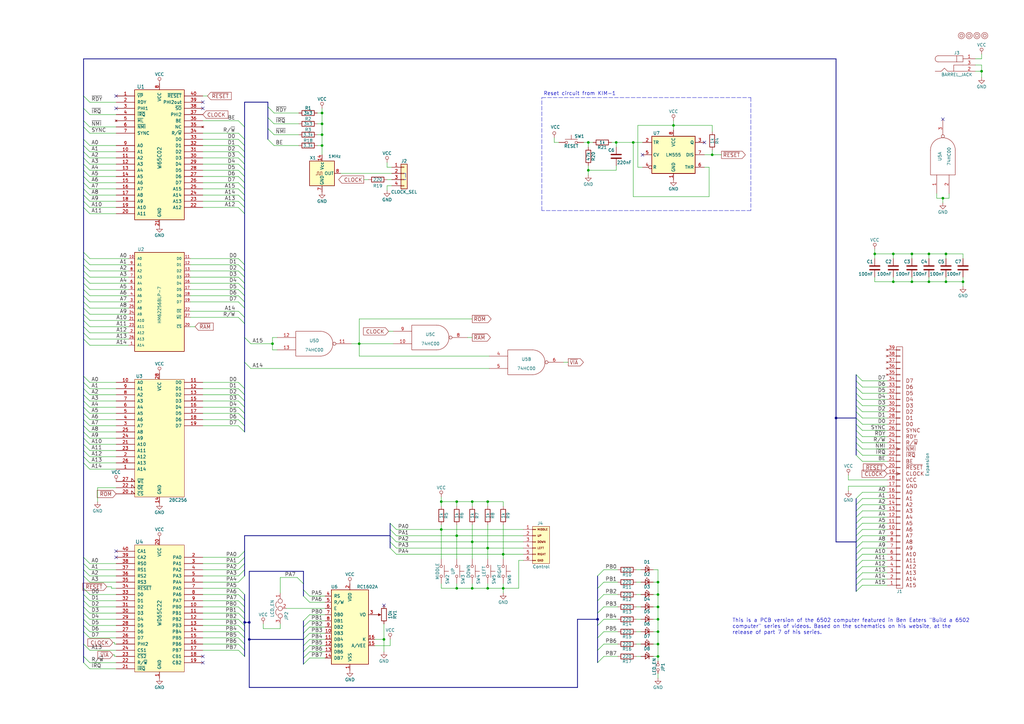
<source format=kicad_sch>
(kicad_sch (version 20231120) (generator "eeschema") (generator_version "8.0")
  (paper "A3")
  (title_block (title "BE6502 SBC") (rev "B"))
  (junction (at 187.325 241.3))
  (junction (at 157.48 262.255))
  (junction (at 193.675 205.74))
  (junction (at 269.875 243.84))
  (junction (at 200.025 224.79))
  (junction (at 206.375 227.33))
  (junction (at 386.715 81.28))
  (junction (at 269.875 248.92))
  (junction (at 394.97 115.57))
  (junction (at 374.015 104.14))
  (junction (at 245.11 254))
  (junction (at 102.235 255.27))
  (junction (at 381 115.57))
  (junction (at 200.025 241.3))
  (junction (at 374.015 115.57))
  (junction (at 132.08 46.355))
  (junction (at 193.675 241.3))
  (junction (at 193.675 222.25))
  (junction (at 269.875 269.24))
  (junction (at 276.225 51.435))
  (junction (at 366.395 104.14))
  (junction (at 200.025 205.74))
  (junction (at 269.875 259.08))
  (junction (at 259.715 58.42))
  (junction (at 241.3 58.42))
  (junction (at 366.395 115.57))
  (junction (at 402.59 29.21))
  (junction (at 269.875 238.76))
  (junction (at 180.975 217.17))
  (junction (at 100.33 255.27))
  (junction (at 147.32 140.97))
  (junction (at 132.08 55.245))
  (junction (at 292.1 63.5))
  (junction (at 102.235 262.255))
  (junction (at 252.73 58.42))
  (junction (at 132.08 59.69))
  (junction (at 381 104.14))
  (junction (at 241.3 69.85))
  (junction (at 269.875 264.16))
  (junction (at 132.08 50.8))
  (junction (at 387.985 104.14))
  (junction (at 187.325 219.71))
  (junction (at 180.975 205.74))
  (junction (at 187.325 205.74))
  (junction (at 358.775 104.14))
  (junction (at 269.875 254))
  (junction (at 206.375 241.3))
  (junction (at 111.76 140.97))
  (junction (at 342.9 171.45))
  (junction (at 387.985 115.57))
  (no_connect (at 47.625 228.6))
  (no_connect (at 83.185 41.91))
  (no_connect (at 47.625 226.06))
  (no_connect (at 83.185 44.45))
  (no_connect (at 263.525 63.5))
  (no_connect (at 83.185 269.24))
  (no_connect (at 288.925 58.42))
  (no_connect (at 83.185 271.78))
  (no_connect (at 47.625 39.37))
  (no_connect (at 386.715 48.895))
  (no_connect (at 47.625 44.45))
  (no_connect (at 157.48 248.285))
  (bus_entry (at 97.79 113.665) (size 2.54 2.54))
  (bus_entry (at 34.29 164.465) (size 2.54 2.54))
  (bus_entry (at 34.29 108.585) (size 2.54 2.54))
  (bus_entry (at 34.29 77.47) (size 2.54 2.54))
  (bus_entry (at 351.155 207.01) (size 2.54 -2.54))
  (bus_entry (at 124.46 269.875) (size 2.54 -2.54))
  (bus_entry (at 34.29 64.77) (size 2.54 2.54))
  (bus_entry (at 124.46 257.175) (size 2.54 -2.54))
  (bus_entry (at 97.79 54.61) (size 2.54 2.54))
  (bus_entry (at 34.29 243.84) (size 2.54 2.54))
  (bus_entry (at 34.29 172.085) (size 2.54 2.54))
  (bus_entry (at 34.29 131.445) (size 2.54 2.54))
  (bus_entry (at 351.155 212.09) (size 2.54 -2.54))
  (bus_entry (at 162.56 222.25) (size -2.54 -2.54))
  (bus_entry (at 97.79 261.62) (size 2.54 2.54))
  (bus_entry (at 34.29 136.525) (size 2.54 2.54))
  (bus_entry (at 34.29 241.3) (size 2.54 2.54))
  (bus_entry (at 353.695 168.91) (size -2.54 -2.54))
  (bus_entry (at 34.29 167.005) (size 2.54 2.54))
  (bus_entry (at 97.79 121.285) (size 2.54 2.54))
  (bus_entry (at 97.79 64.77) (size 2.54 2.54))
  (bus_entry (at 97.79 57.15) (size 2.54 2.54))
  (bus_entry (at 34.29 187.325) (size 2.54 2.54))
  (bus_entry (at 34.29 231.14) (size 2.54 2.54))
  (bus_entry (at 351.155 240.03) (size 2.54 -2.54))
  (bus_entry (at 34.29 106.045) (size 2.54 2.54))
  (bus_entry (at 162.56 227.33) (size -2.54 -2.54))
  (bus_entry (at 34.29 72.39) (size 2.54 2.54))
  (bus_entry (at 97.79 259.08) (size 2.54 2.54))
  (bus_entry (at 97.79 111.125) (size 2.54 2.54))
  (bus_entry (at 34.29 233.68) (size 2.54 2.54))
  (bus_entry (at 351.155 209.55) (size 2.54 -2.54))
  (bus_entry (at 97.79 72.39) (size 2.54 2.54))
  (bus_entry (at 351.155 224.79) (size 2.54 -2.54))
  (bus_entry (at 97.79 256.54) (size 2.54 2.54))
  (bus_entry (at 34.29 57.15) (size 2.54 2.54))
  (bus_entry (at 162.56 219.71) (size -2.54 -2.54))
  (bus_entry (at 97.79 59.69) (size 2.54 2.54))
  (bus_entry (at 97.79 123.825) (size 2.54 2.54))
  (bus_entry (at 97.79 159.385) (size 2.54 2.54))
  (bus_entry (at 34.29 69.85) (size 2.54 2.54))
  (bus_entry (at 97.79 236.22) (size 2.54 -2.54))
  (bus_entry (at 34.29 67.31) (size 2.54 2.54))
  (bus_entry (at 34.29 236.22) (size 2.54 2.54))
  (bus_entry (at 162.56 224.79) (size -2.54 -2.54))
  (bus_entry (at 351.155 222.25) (size 2.54 -2.54))
  (bus_entry (at 34.29 256.54) (size 2.54 2.54))
  (bus_entry (at 124.46 259.715) (size 2.54 -2.54))
  (bus_entry (at 97.79 80.01) (size 2.54 2.54))
  (bus_entry (at 34.29 248.92) (size 2.54 2.54))
  (bus_entry (at 97.79 108.585) (size 2.54 2.54))
  (bus_entry (at 351.155 237.49) (size 2.54 -2.54))
  (bus_entry (at 97.79 228.6) (size 2.54 -2.54))
  (bus_entry (at 353.695 171.45) (size -2.54 -2.54))
  (bus_entry (at 97.79 74.93) (size 2.54 2.54))
  (bus_entry (at 351.155 204.47) (size 2.54 -2.54))
  (bus_entry (at 247.65 248.92) (size -2.54 2.54))
  (bus_entry (at 97.79 241.3) (size 2.54 2.54))
  (bus_entry (at 97.79 85.09) (size 2.54 2.54))
  (bus_entry (at 97.79 238.76) (size 2.54 -2.54))
  (bus_entry (at 351.155 217.17) (size 2.54 -2.54))
  (bus_entry (at 353.695 173.99) (size -2.54 -2.54))
  (bus_entry (at 353.695 156.21) (size -2.54 -2.54))
  (bus_entry (at 97.79 231.14) (size 2.54 -2.54))
  (bus_entry (at 97.79 69.85) (size 2.54 2.54))
  (bus_entry (at 124.46 241.935) (size 2.54 2.54))
  (bus_entry (at 124.46 272.415) (size 2.54 -2.54))
  (bus_entry (at 34.29 103.505) (size 2.54 2.54))
  (bus_entry (at 112.395 59.69) (size -2.54 -2.54))
  (bus_entry (at 34.29 269.24) (size 2.54 2.54))
  (bus_entry (at 353.695 179.07) (size -2.54 -2.54))
  (bus_entry (at 34.29 118.745) (size 2.54 2.54))
  (bus_entry (at 353.695 184.15) (size -2.54 -2.54))
  (bus_entry (at 97.79 49.53) (size 2.54 2.54))
  (bus_entry (at 247.65 233.68) (size -2.54 2.54))
  (bus_entry (at 97.79 167.005) (size 2.54 2.54))
  (bus_entry (at 100.33 138.43) (size 2.54 2.54))
  (bus_entry (at 353.695 176.53) (size -2.54 -2.54))
  (bus_entry (at 351.155 227.33) (size 2.54 -2.54))
  (bus_entry (at 353.695 158.75) (size -2.54 -2.54))
  (bus_entry (at 97.79 248.92) (size 2.54 2.54))
  (bus_entry (at 353.695 189.23) (size -2.54 -2.54))
  (bus_entry (at 34.29 121.285) (size 2.54 2.54))
  (bus_entry (at 34.29 254) (size 2.54 2.54))
  (bus_entry (at 97.79 172.085) (size 2.54 2.54))
  (bus_entry (at 351.155 219.71) (size 2.54 -2.54))
  (bus_entry (at 247.65 264.16) (size -2.54 2.54))
  (bus_entry (at 353.695 161.29) (size -2.54 -2.54))
  (bus_entry (at 34.29 113.665) (size 2.54 2.54))
  (bus_entry (at 97.79 118.745) (size 2.54 2.54))
  (bus_entry (at 97.79 116.205) (size 2.54 2.54))
  (bus_entry (at 97.79 264.16) (size 2.54 2.54))
  (bus_entry (at 34.29 159.385) (size 2.54 2.54))
  (bus_entry (at 97.79 254) (size 2.54 2.54))
  (bus_entry (at 97.79 233.68) (size 2.54 -2.54))
  (bus_entry (at 124.46 264.795) (size 2.54 -2.54))
  (bus_entry (at 34.29 139.065) (size 2.54 2.54))
  (bus_entry (at 124.46 267.335) (size 2.54 -2.54))
  (bus_entry (at 34.29 154.305) (size 2.54 2.54))
  (bus_entry (at 34.29 182.245) (size 2.54 2.54))
  (bus_entry (at 97.79 243.84) (size 2.54 2.54))
  (bus_entry (at 121.92 236.855) (size 2.54 2.54))
  (bus_entry (at 34.29 126.365) (size 2.54 2.54))
  (bus_entry (at 353.695 181.61) (size -2.54 -2.54))
  (bus_entry (at 34.29 111.125) (size 2.54 2.54))
  (bus_entry (at 351.155 232.41) (size 2.54 -2.54))
  (bus_entry (at 97.79 156.845) (size 2.54 2.54))
  (bus_entry (at 34.29 128.905) (size 2.54 2.54))
  (bus_entry (at 247.65 243.84) (size -2.54 2.54))
  (bus_entry (at 34.29 189.865) (size 2.54 2.54))
  (bus_entry (at 34.29 74.93) (size 2.54 2.54))
  (bus_entry (at 97.79 130.175) (size 2.54 2.54))
  (bus_entry (at 351.155 242.57) (size 2.54 -2.54))
  (bus_entry (at 162.56 217.17) (size -2.54 -2.54))
  (bus_entry (at 34.29 264.16) (size 2.54 2.54))
  (bus_entry (at 97.79 67.31) (size 2.54 2.54))
  (bus_entry (at 34.29 259.08) (size 2.54 2.54))
  (bus_entry (at 124.46 254.635) (size 2.54 -2.54))
  (bus_entry (at 34.29 123.825) (size 2.54 2.54))
  (bus_entry (at 34.29 85.09) (size 2.54 2.54))
  (bus_entry (at 34.29 228.6) (size 2.54 2.54))
  (bus_entry (at 34.29 39.37) (size 2.54 2.54))
  (bus_entry (at 34.29 177.165) (size 2.54 2.54))
  (bus_entry (at 353.695 186.69) (size -2.54 -2.54))
  (bus_entry (at 97.79 169.545) (size 2.54 2.54))
  (bus_entry (at 112.395 46.355) (size -2.54 -2.54))
  (bus_entry (at 247.65 238.76) (size -2.54 2.54))
  (bus_entry (at 351.155 214.63) (size 2.54 -2.54))
  (bus_entry (at 34.29 179.705) (size 2.54 2.54))
  (bus_entry (at 34.29 174.625) (size 2.54 2.54))
  (bus_entry (at 34.29 82.55) (size 2.54 2.54))
  (bus_entry (at 97.79 164.465) (size 2.54 2.54))
  (bus_entry (at 100.33 148.59) (size 2.54 2.54))
  (bus_entry (at 247.65 259.08) (size -2.54 2.54))
  (bus_entry (at 97.79 77.47) (size 2.54 2.54))
  (bus_entry (at 34.29 184.785) (size 2.54 2.54))
  (bus_entry (at 34.29 246.38) (size 2.54 2.54))
  (bus_entry (at 34.29 133.985) (size 2.54 2.54))
  (bus_entry (at 97.79 82.55) (size 2.54 2.54))
  (bus_entry (at 34.29 251.46) (size 2.54 2.54))
  (bus_entry (at 34.29 52.07) (size 2.54 2.54))
  (bus_entry (at 351.155 229.87) (size 2.54 -2.54))
  (bus_entry (at 97.79 106.045) (size 2.54 2.54))
  (bus_entry (at 247.65 254) (size -2.54 2.54))
  (bus_entry (at 34.29 116.205) (size 2.54 2.54))
  (bus_entry (at 34.29 62.23) (size 2.54 2.54))
  (bus_entry (at 34.29 169.545) (size 2.54 2.54))
  (bus_entry (at 97.79 251.46) (size 2.54 2.54))
  (bus_entry (at 112.395 55.245) (size -2.54 -2.54))
  (bus_entry (at 34.29 49.53) (size 2.54 2.54))
  (bus_entry (at 97.79 127.635) (size 2.54 2.54))
  (bus_entry (at 97.79 174.625) (size 2.54 2.54))
  (bus_entry (at 124.46 244.475) (size 2.54 2.54))
  (bus_entry (at 34.29 161.925) (size 2.54 2.54))
  (bus_entry (at 34.29 271.78) (size 2.54 2.54))
  (bus_entry (at 124.46 262.255) (size 2.54 -2.54))
  (bus_entry (at 351.155 234.95) (size 2.54 -2.54))
  (bus_entry (at 112.395 50.8) (size -2.54 -2.54))
  (bus_entry (at 34.29 80.01) (size 2.54 2.54))
  (bus_entry (at 97.79 161.925) (size 2.54 2.54))
  (bus_entry (at 97.79 246.38) (size 2.54 2.54))
  (bus_entry (at 97.79 62.23) (size 2.54 2.54))
  (bus_entry (at 247.65 269.24) (size -2.54 2.54))
  (bus_entry (at 353.695 166.37) (size -2.54 -2.54))
  (bus_entry (at 97.79 266.7) (size 2.54 2.54))
  (bus_entry (at 34.29 156.845) (size 2.54 2.54))
  (bus_entry (at 34.29 44.45) (size 2.54 2.54))
  (bus_entry (at 34.29 59.69) (size 2.54 2.54))
  (bus_entry (at 353.695 163.83) (size -2.54 -2.54))
  (wire (pts (xy 117.475 249.555) (xy 133.35 249.555)))
  (wire (pts (xy 358.775 104.14) (xy 358.775 106.045)))
  (wire (pts (xy 353.695 186.69) (xy 363.855 186.69)))
  (bus (pts (xy 124.46 241.935) (xy 124.46 244.475)))
  (wire (pts (xy 36.83 236.22) (xy 47.625 236.22)))
  (polyline (pts (xy 307.975 86.36) (xy 222.25 86.36)) (stroke (width 0) (type dash)))
  (wire (pts (xy 206.375 239.395) (xy 206.375 241.3)))
  (wire (pts (xy 269.875 278.13) (xy 269.875 276.225)))
  (wire (pts (xy 260.985 243.84) (xy 262.89 243.84)))
  (wire (pts (xy 353.695 179.07) (xy 363.855 179.07)))
  (wire (pts (xy 157.48 255.905) (xy 157.48 262.255)))
  (bus (pts (xy 351.155 240.03) (xy 351.155 242.57)))
  (wire (pts (xy 292.1 63.5) (xy 295.91 63.5)))
  (wire (pts (xy 133.35 267.335) (xy 127 267.335)))
  (wire (pts (xy 133.35 252.095) (xy 127 252.095)))
  (wire (pts (xy 389.255 81.28) (xy 389.255 79.375)))
  (wire (pts (xy 47.625 161.925) (xy 36.83 161.925)))
  (wire (pts (xy 78.105 130.175) (xy 97.79 130.175)))
  (bus (pts (xy 351.155 153.67) (xy 351.155 156.21)))
  (wire (pts (xy 374.015 115.57) (xy 381 115.57)))
  (bus (pts (xy 351.155 227.33) (xy 351.155 229.87)))
  (bus (pts (xy 34.29 251.46) (xy 34.29 254)))
  (wire (pts (xy 290.83 80.645) (xy 290.83 68.58)))
  (wire (pts (xy 187.325 207.645) (xy 187.325 205.74)))
  (bus (pts (xy 34.29 133.985) (xy 34.29 136.525)))
  (wire (pts (xy 133.35 264.795) (xy 127 264.795)))
  (wire (pts (xy 46.99 263.525) (xy 46.99 264.16)))
  (bus (pts (xy 34.29 108.585) (xy 34.29 111.125)))
  (bus (pts (xy 34.29 121.285) (xy 34.29 123.825)))
  (wire (pts (xy 157.48 262.255) (xy 157.48 267.335)))
  (wire (pts (xy 247.65 269.24) (xy 253.365 269.24)))
  (bus (pts (xy 109.855 41.91) (xy 100.33 41.91)))
  (wire (pts (xy 97.79 57.15) (xy 83.185 57.15)))
  (bus (pts (xy 34.29 72.39) (xy 34.29 74.93)))
  (wire (pts (xy 97.79 264.16) (xy 83.185 264.16)))
  (wire (pts (xy 36.83 106.045) (xy 52.705 106.045)))
  (wire (pts (xy 260.985 238.76) (xy 262.89 238.76)))
  (bus (pts (xy 34.29 80.01) (xy 34.29 82.55)))
  (wire (pts (xy 267.97 259.08) (xy 269.875 259.08)))
  (wire (pts (xy 374.015 113.665) (xy 374.015 115.57)))
  (wire (pts (xy 247.65 264.16) (xy 253.365 264.16)))
  (wire (pts (xy 193.675 222.25) (xy 214.63 222.25)))
  (wire (pts (xy 353.695 176.53) (xy 363.855 176.53)))
  (bus (pts (xy 100.33 138.43) (xy 100.33 148.59)))
  (wire (pts (xy 276.225 51.435) (xy 292.1 51.435)))
  (wire (pts (xy 36.83 159.385) (xy 47.625 159.385)))
  (bus (pts (xy 34.29 74.93) (xy 34.29 77.47)))
  (wire (pts (xy 353.695 237.49) (xy 363.855 237.49)))
  (wire (pts (xy 252.73 58.42) (xy 259.715 58.42)))
  (wire (pts (xy 160.02 264.795) (xy 153.67 264.795)))
  (bus (pts (xy 124.46 257.175) (xy 124.46 259.715)))
  (wire (pts (xy 386.715 81.28) (xy 389.255 81.28)))
  (wire (pts (xy 47.625 169.545) (xy 36.83 169.545)))
  (wire (pts (xy 374.015 104.14) (xy 381 104.14)))
  (bus (pts (xy 34.29 128.905) (xy 34.29 131.445)))
  (bus (pts (xy 160.02 222.25) (xy 160.02 224.79)))
  (wire (pts (xy 206.375 215.265) (xy 206.375 227.33)))
  (wire (pts (xy 36.83 139.065) (xy 52.705 139.065)))
  (wire (pts (xy 97.79 231.14) (xy 83.185 231.14)))
  (bus (pts (xy 351.155 166.37) (xy 351.155 168.91)))
  (wire (pts (xy 36.83 256.54) (xy 47.625 256.54)))
  (wire (pts (xy 36.83 266.7) (xy 47.625 266.7)))
  (bus (pts (xy 100.33 85.09) (xy 100.33 87.63)))
  (bus (pts (xy 100.33 77.47) (xy 100.33 80.01)))
  (wire (pts (xy 112.395 50.8) (xy 122.555 50.8)))
  (wire (pts (xy 193.675 138.43) (xy 191.77 138.43)))
  (wire (pts (xy 200.025 241.3) (xy 206.375 241.3)))
  (wire (pts (xy 387.985 113.665) (xy 387.985 115.57)))
  (wire (pts (xy 269.875 254) (xy 269.875 259.08)))
  (wire (pts (xy 353.695 156.21) (xy 363.855 156.21)))
  (wire (pts (xy 130.175 50.8) (xy 132.08 50.8)))
  (wire (pts (xy 36.83 261.62) (xy 47.625 261.62)))
  (bus (pts (xy 100.33 126.365) (xy 100.33 130.175)))
  (bus (pts (xy 34.29 167.005) (xy 34.29 169.545)))
  (bus (pts (xy 351.155 204.47) (xy 351.155 207.01)))
  (wire (pts (xy 290.83 68.58) (xy 288.925 68.58)))
  (wire (pts (xy 353.695 224.79) (xy 363.855 224.79)))
  (wire (pts (xy 260.985 264.16) (xy 262.89 264.16)))
  (wire (pts (xy 267.97 264.16) (xy 269.875 264.16)))
  (wire (pts (xy 97.79 261.62) (xy 83.185 261.62)))
  (wire (pts (xy 47.625 54.61) (xy 36.83 54.61)))
  (bus (pts (xy 34.29 233.68) (xy 34.29 236.22)))
  (wire (pts (xy 47.625 274.32) (xy 36.83 274.32)))
  (wire (pts (xy 353.695 219.71) (xy 363.855 219.71)))
  (wire (pts (xy 394.97 115.57) (xy 394.97 113.665)))
  (bus (pts (xy 351.155 219.71) (xy 351.155 222.25)))
  (wire (pts (xy 267.97 238.76) (xy 269.875 238.76)))
  (wire (pts (xy 97.79 106.045) (xy 78.105 106.045)))
  (bus (pts (xy 351.155 156.21) (xy 351.155 158.75)))
  (wire (pts (xy 193.675 207.645) (xy 193.675 205.74)))
  (wire (pts (xy 36.83 52.07) (xy 47.625 52.07)))
  (wire (pts (xy 47.625 62.23) (xy 36.83 62.23)))
  (bus (pts (xy 34.29 179.705) (xy 34.29 182.245)))
  (wire (pts (xy 97.79 108.585) (xy 78.105 108.585)))
  (wire (pts (xy 139.7 71.12) (xy 160.655 71.12)))
  (wire (pts (xy 381 106.045) (xy 381 104.14)))
  (bus (pts (xy 100.33 82.55) (xy 100.33 85.09)))
  (wire (pts (xy 107.95 257.81) (xy 114.935 257.81)))
  (wire (pts (xy 402.59 22.225) (xy 402.59 24.13)))
  (wire (pts (xy 374.015 106.045) (xy 374.015 104.14)))
  (bus (pts (xy 351.155 212.09) (xy 351.155 214.63)))
  (bus (pts (xy 351.155 163.83) (xy 351.155 166.37)))
  (bus (pts (xy 100.33 111.125) (xy 100.33 113.665)))
  (wire (pts (xy 112.395 59.69) (xy 122.555 59.69)))
  (wire (pts (xy 111.76 138.43) (xy 111.76 140.97)))
  (bus (pts (xy 351.155 161.29) (xy 351.155 163.83)))
  (wire (pts (xy 36.83 251.46) (xy 47.625 251.46)))
  (wire (pts (xy 46.99 268.605) (xy 46.99 269.24)))
  (wire (pts (xy 85.09 39.37) (xy 83.185 39.37)))
  (bus (pts (xy 34.29 256.54) (xy 34.29 259.08)))
  (wire (pts (xy 353.695 181.61) (xy 363.855 181.61)))
  (wire (pts (xy 381 115.57) (xy 387.985 115.57)))
  (bus (pts (xy 100.33 266.7) (xy 100.33 269.24)))
  (polyline (pts (xy 222.25 40.005) (xy 307.975 40.005)) (stroke (width 0) (type dash)))
  (bus (pts (xy 34.29 118.745) (xy 34.29 121.285)))
  (wire (pts (xy 187.325 205.74) (xy 193.675 205.74)))
  (wire (pts (xy 45.72 241.3) (xy 47.625 241.3)))
  (wire (pts (xy 158.75 68.58) (xy 160.655 68.58)))
  (wire (pts (xy 97.79 74.93) (xy 83.185 74.93)))
  (bus (pts (xy 34.29 64.77) (xy 34.29 67.31)))
  (wire (pts (xy 97.79 85.09) (xy 83.185 85.09)))
  (bus (pts (xy 245.11 256.54) (xy 245.11 261.62)))
  (bus (pts (xy 124.46 267.335) (xy 124.46 269.875)))
  (wire (pts (xy 288.925 63.5) (xy 292.1 63.5)))
  (bus (pts (xy 100.33 80.01) (xy 100.33 82.55)))
  (wire (pts (xy 180.975 241.3) (xy 187.325 241.3)))
  (bus (pts (xy 34.29 228.6) (xy 34.29 231.14)))
  (wire (pts (xy 162.56 217.17) (xy 180.975 217.17)))
  (wire (pts (xy 180.975 203.835) (xy 180.975 205.74)))
  (bus (pts (xy 351.155 224.79) (xy 351.155 227.33)))
  (bus (pts (xy 100.33 113.665) (xy 100.33 116.205)))
  (wire (pts (xy 102.87 140.97) (xy 111.76 140.97)))
  (wire (pts (xy 402.59 29.21) (xy 402.59 31.75)))
  (bus (pts (xy 34.29 182.245) (xy 34.29 184.785)))
  (bus (pts (xy 100.33 259.08) (xy 100.33 261.62)))
  (bus (pts (xy 351.155 229.87) (xy 351.155 232.41)))
  (bus (pts (xy 34.29 172.085) (xy 34.29 174.625)))
  (wire (pts (xy 36.83 126.365) (xy 52.705 126.365)))
  (bus (pts (xy 124.46 234.315) (xy 124.46 239.395)))
  (wire (pts (xy 358.775 102.235) (xy 358.775 104.14)))
  (bus (pts (xy 34.29 248.92) (xy 34.29 251.46)))
  (bus (pts (xy 34.29 161.925) (xy 34.29 164.465)))
  (wire (pts (xy 36.83 177.165) (xy 47.625 177.165)))
  (bus (pts (xy 100.33 248.92) (xy 100.33 251.46)))
  (wire (pts (xy 200.025 239.395) (xy 200.025 241.3)))
  (bus (pts (xy 34.29 69.85) (xy 34.29 72.39)))
  (bus (pts (xy 34.29 103.505) (xy 34.29 106.045)))
  (wire (pts (xy 144.145 140.97) (xy 147.32 140.97)))
  (bus (pts (xy 351.155 214.63) (xy 351.155 217.17)))
  (wire (pts (xy 97.79 228.6) (xy 83.185 228.6)))
  (wire (pts (xy 147.32 140.97) (xy 147.32 146.05)))
  (bus (pts (xy 34.29 154.305) (xy 34.29 156.845)))
  (wire (pts (xy 36.83 141.605) (xy 52.705 141.605)))
  (bus (pts (xy 160.02 214.63) (xy 160.02 217.17)))
  (wire (pts (xy 36.83 187.325) (xy 47.625 187.325)))
  (wire (pts (xy 133.35 257.175) (xy 127 257.175)))
  (wire (pts (xy 241.3 58.42) (xy 243.205 58.42)))
  (bus (pts (xy 34.29 236.22) (xy 34.29 241.3)))
  (bus (pts (xy 100.33 62.23) (xy 100.33 64.77)))
  (wire (pts (xy 229.235 58.42) (xy 227.33 58.42)))
  (bus (pts (xy 351.155 168.91) (xy 351.155 171.45)))
  (bus (pts (xy 342.9 24.13) (xy 342.9 171.45)))
  (wire (pts (xy 241.3 69.85) (xy 252.73 69.85)))
  (bus (pts (xy 100.33 123.825) (xy 100.33 126.365)))
  (wire (pts (xy 97.79 121.285) (xy 78.105 121.285)))
  (wire (pts (xy 102.87 151.13) (xy 200.66 151.13)))
  (wire (pts (xy 47.625 259.08) (xy 36.83 259.08)))
  (wire (pts (xy 260.985 248.92) (xy 262.89 248.92)))
  (bus (pts (xy 236.855 281.94) (xy 102.235 281.94)))
  (wire (pts (xy 157.48 262.255) (xy 153.67 262.255)))
  (bus (pts (xy 34.29 164.465) (xy 34.29 167.005)))
  (bus (pts (xy 34.29 159.385) (xy 34.29 161.925)))
  (bus (pts (xy 34.29 106.045) (xy 34.29 108.585)))
  (wire (pts (xy 97.79 243.84) (xy 83.185 243.84)))
  (wire (pts (xy 353.695 240.03) (xy 363.855 240.03)))
  (wire (pts (xy 40.005 200.025) (xy 40.005 205.74)))
  (bus (pts (xy 245.11 241.3) (xy 245.11 246.38)))
  (wire (pts (xy 149.225 73.66) (xy 151.13 73.66)))
  (bus (pts (xy 100.33 251.46) (xy 100.33 254)))
  (wire (pts (xy 353.695 189.23) (xy 363.855 189.23)))
  (wire (pts (xy 97.79 72.39) (xy 83.185 72.39)))
  (wire (pts (xy 269.875 264.16) (xy 269.875 269.24)))
  (wire (pts (xy 267.97 254) (xy 269.875 254)))
  (wire (pts (xy 147.32 146.05) (xy 200.66 146.05)))
  (wire (pts (xy 45.72 240.665) (xy 45.72 241.3)))
  (wire (pts (xy 132.08 59.69) (xy 132.08 63.5)))
  (bus (pts (xy 351.155 209.55) (xy 351.155 212.09)))
  (bus (pts (xy 34.29 187.325) (xy 34.29 189.865)))
  (wire (pts (xy 97.79 246.38) (xy 83.185 246.38)))
  (wire (pts (xy 180.975 205.74) (xy 187.325 205.74)))
  (wire (pts (xy 97.79 241.3) (xy 83.185 241.3)))
  (wire (pts (xy 187.325 219.71) (xy 187.325 229.235)))
  (bus (pts (xy 102.235 234.315) (xy 102.235 255.27)))
  (wire (pts (xy 353.695 222.25) (xy 363.855 222.25)))
  (wire (pts (xy 214.63 219.71) (xy 187.325 219.71)))
  (wire (pts (xy 214.63 224.79) (xy 200.025 224.79)))
  (bus (pts (xy 100.33 116.205) (xy 100.33 118.745)))
  (wire (pts (xy 133.35 262.255) (xy 127 262.255)))
  (wire (pts (xy 36.83 116.205) (xy 52.705 116.205)))
  (wire (pts (xy 347.98 199.39) (xy 363.855 199.39)))
  (wire (pts (xy 162.56 227.33) (xy 206.375 227.33)))
  (bus (pts (xy 100.33 233.68) (xy 100.33 236.22)))
  (wire (pts (xy 97.79 67.31) (xy 83.185 67.31)))
  (wire (pts (xy 78.105 127.635) (xy 97.79 127.635)))
  (wire (pts (xy 83.185 174.625) (xy 97.79 174.625)))
  (wire (pts (xy 162.56 224.79) (xy 200.025 224.79)))
  (bus (pts (xy 100.33 72.39) (xy 100.33 74.93)))
  (bus (pts (xy 100.33 172.085) (xy 100.33 174.625)))
  (wire (pts (xy 36.83 41.91) (xy 47.625 41.91)))
  (wire (pts (xy 97.79 116.205) (xy 78.105 116.205)))
  (wire (pts (xy 83.185 69.85) (xy 97.79 69.85)))
  (wire (pts (xy 97.79 118.745) (xy 78.105 118.745)))
  (wire (pts (xy 206.375 241.3) (xy 206.375 243.205)))
  (wire (pts (xy 47.625 167.005) (xy 36.83 167.005)))
  (bus (pts (xy 34.29 136.525) (xy 34.29 139.065)))
  (wire (pts (xy 402.59 26.67) (xy 402.59 29.21)))
  (bus (pts (xy 34.29 189.865) (xy 34.29 228.6)))
  (wire (pts (xy 353.695 173.99) (xy 363.855 173.99)))
  (wire (pts (xy 252.73 60.325) (xy 252.73 58.42)))
  (wire (pts (xy 241.3 69.85) (xy 241.3 71.755)))
  (bus (pts (xy 124.46 264.795) (xy 124.46 267.335)))
  (bus (pts (xy 100.33 246.38) (xy 100.33 248.92)))
  (polyline (pts (xy 166.37 71.12) (xy 166.37 73.66)) (stroke (width 0) (type dash)))
  (wire (pts (xy 36.83 118.745) (xy 52.705 118.745)))
  (bus (pts (xy 160.02 217.17) (xy 160.02 219.71)))
  (wire (pts (xy 269.875 269.24) (xy 267.97 269.24)))
  (wire (pts (xy 276.225 53.34) (xy 276.225 51.435)))
  (wire (pts (xy 133.35 254.635) (xy 127 254.635)))
  (bus (pts (xy 100.33 121.285) (xy 100.33 123.825)))
  (wire (pts (xy 36.83 231.14) (xy 47.625 231.14)))
  (wire (pts (xy 214.63 227.33) (xy 206.375 227.33)))
  (wire (pts (xy 261.62 68.58) (xy 261.62 51.435)))
  (wire (pts (xy 269.875 238.76) (xy 269.875 243.84)))
  (wire (pts (xy 36.83 87.63) (xy 47.625 87.63)))
  (wire (pts (xy 267.97 248.92) (xy 269.875 248.92)))
  (bus (pts (xy 351.155 158.75) (xy 351.155 161.29)))
  (wire (pts (xy 259.715 58.42) (xy 259.715 80.645)))
  (bus (pts (xy 342.9 171.45) (xy 342.9 222.25)))
  (wire (pts (xy 260.985 259.08) (xy 262.89 259.08)))
  (bus (pts (xy 34.29 246.38) (xy 34.29 248.92)))
  (wire (pts (xy 133.35 247.015) (xy 127 247.015)))
  (bus (pts (xy 34.29 259.08) (xy 34.29 264.16)))
  (wire (pts (xy 97.79 248.92) (xy 83.185 248.92)))
  (bus (pts (xy 245.11 246.38) (xy 245.11 251.46)))
  (bus (pts (xy 100.33 118.745) (xy 100.33 121.285)))
  (bus (pts (xy 34.29 113.665) (xy 34.29 116.205)))
  (wire (pts (xy 180.975 239.395) (xy 180.975 241.3)))
  (bus (pts (xy 34.29 264.16) (xy 34.29 269.24)))
  (wire (pts (xy 97.79 256.54) (xy 83.185 256.54)))
  (wire (pts (xy 36.83 113.665) (xy 52.705 113.665)))
  (wire (pts (xy 97.79 111.125) (xy 78.105 111.125)))
  (bus (pts (xy 34.29 116.205) (xy 34.29 118.745)))
  (wire (pts (xy 36.83 192.405) (xy 47.625 192.405)))
  (wire (pts (xy 83.185 172.085) (xy 97.79 172.085)))
  (wire (pts (xy 159.385 135.89) (xy 161.29 135.89)))
  (wire (pts (xy 97.79 62.23) (xy 83.185 62.23)))
  (wire (pts (xy 263.525 58.42) (xy 259.715 58.42)))
  (wire (pts (xy 36.83 67.31) (xy 47.625 67.31)))
  (wire (pts (xy 83.185 54.61) (xy 97.79 54.61)))
  (bus (pts (xy 100.33 219.71) (xy 100.33 226.06)))
  (wire (pts (xy 36.83 133.985) (xy 52.705 133.985)))
  (wire (pts (xy 366.395 113.665) (xy 366.395 115.57)))
  (wire (pts (xy 247.65 254) (xy 253.365 254)))
  (wire (pts (xy 347.98 196.85) (xy 347.98 194.945)))
  (wire (pts (xy 83.185 49.53) (xy 97.79 49.53)))
  (wire (pts (xy 36.83 248.92) (xy 47.625 248.92)))
  (bus (pts (xy 34.29 184.785) (xy 34.29 187.325)))
  (bus (pts (xy 34.29 85.09) (xy 34.29 103.505)))
  (bus (pts (xy 109.855 43.815) (xy 109.855 48.26)))
  (bus (pts (xy 100.33 174.625) (xy 100.33 177.165)))
  (wire (pts (xy 111.76 143.51) (xy 113.665 143.51)))
  (wire (pts (xy 394.97 104.14) (xy 394.97 106.045)))
  (bus (pts (xy 34.29 59.69) (xy 34.29 62.23)))
  (bus (pts (xy 351.155 237.49) (xy 351.155 240.03)))
  (wire (pts (xy 36.83 131.445) (xy 52.705 131.445)))
  (bus (pts (xy 100.33 41.91) (xy 100.33 52.07)))
  (wire (pts (xy 260.985 254) (xy 262.89 254)))
  (wire (pts (xy 83.185 161.925) (xy 97.79 161.925)))
  (wire (pts (xy 193.675 205.74) (xy 200.025 205.74)))
  (wire (pts (xy 83.185 82.55) (xy 97.79 82.55)))
  (wire (pts (xy 353.695 163.83) (xy 363.855 163.83)))
  (bus (pts (xy 100.33 69.85) (xy 100.33 72.39)))
  (polyline (pts (xy 307.975 40.005) (xy 307.975 86.36)) (stroke (width 0) (type dash)))
  (bus (pts (xy 100.33 169.545) (xy 100.33 172.085)))
  (bus (pts (xy 100.33 261.62) (xy 100.33 264.16)))
  (wire (pts (xy 247.65 248.92) (xy 253.365 248.92)))
  (wire (pts (xy 46.355 268.605) (xy 46.99 268.605)))
  (wire (pts (xy 394.97 115.57) (xy 394.97 117.475)))
  (wire (pts (xy 233.045 148.59) (xy 231.14 148.59)))
  (wire (pts (xy 36.83 121.285) (xy 52.705 121.285)))
  (bus (pts (xy 124.46 259.715) (xy 124.46 262.255)))
  (wire (pts (xy 206.375 227.33) (xy 206.375 229.235)))
  (wire (pts (xy 212.725 241.3) (xy 212.725 229.87)))
  (bus (pts (xy 100.33 256.54) (xy 100.33 259.08)))
  (wire (pts (xy 366.395 104.14) (xy 374.015 104.14)))
  (wire (pts (xy 247.65 233.68) (xy 253.365 233.68)))
  (wire (pts (xy 381 104.14) (xy 387.985 104.14)))
  (wire (pts (xy 107.95 255.905) (xy 107.95 257.81)))
  (wire (pts (xy 353.695 227.33) (xy 363.855 227.33)))
  (bus (pts (xy 245.11 254) (xy 245.11 256.54)))
  (bus (pts (xy 34.29 177.165) (xy 34.29 179.705)))
  (bus (pts (xy 351.155 232.41) (xy 351.155 234.95)))
  (bus (pts (xy 100.33 264.16) (xy 100.33 266.7)))
  (wire (pts (xy 402.59 26.67) (xy 400.05 26.67)))
  (wire (pts (xy 200.025 205.74) (xy 206.375 205.74)))
  (wire (pts (xy 162.56 222.25) (xy 193.675 222.25)))
  (wire (pts (xy 247.65 238.76) (xy 253.365 238.76)))
  (wire (pts (xy 353.695 168.91) (xy 363.855 168.91)))
  (bus (pts (xy 34.29 111.125) (xy 34.29 113.665)))
  (bus (pts (xy 342.9 24.13) (xy 34.29 24.13)))
  (wire (pts (xy 47.625 254) (xy 36.83 254)))
  (wire (pts (xy 269.875 248.92) (xy 269.875 254)))
  (wire (pts (xy 353.695 166.37) (xy 363.855 166.37)))
  (bus (pts (xy 245.11 236.22) (xy 245.11 241.3)))
  (wire (pts (xy 259.715 80.645) (xy 290.83 80.645)))
  (bus (pts (xy 34.29 269.24) (xy 34.29 271.78)))
  (wire (pts (xy 97.79 123.825) (xy 78.105 123.825)))
  (bus (pts (xy 34.29 139.065) (xy 34.29 154.305)))
  (wire (pts (xy 97.79 254) (xy 83.185 254)))
  (wire (pts (xy 247.65 243.84) (xy 253.365 243.84)))
  (bus (pts (xy 100.33 67.31) (xy 100.33 69.85)))
  (wire (pts (xy 353.695 229.87) (xy 363.855 229.87)))
  (wire (pts (xy 353.695 232.41) (xy 363.855 232.41)))
  (wire (pts (xy 97.79 251.46) (xy 83.185 251.46)))
  (wire (pts (xy 260.985 269.24) (xy 262.89 269.24)))
  (wire (pts (xy 147.32 130.81) (xy 147.32 140.97)))
  (wire (pts (xy 36.83 238.76) (xy 47.625 238.76)))
  (wire (pts (xy 180.975 205.74) (xy 180.975 207.645)))
  (wire (pts (xy 387.985 104.14) (xy 394.97 104.14)))
  (bus (pts (xy 109.855 41.91) (xy 109.855 43.815)))
  (wire (pts (xy 160.655 73.66) (xy 158.75 73.66)))
  (bus (pts (xy 102.235 234.315) (xy 124.46 234.315)))
  (wire (pts (xy 158.75 76.2) (xy 158.75 78.105)))
  (bus (pts (xy 34.29 62.23) (xy 34.29 64.77)))
  (bus (pts (xy 34.29 57.15) (xy 34.29 59.69)))
  (wire (pts (xy 261.62 51.435) (xy 276.225 51.435)))
  (bus (pts (xy 34.29 67.31) (xy 34.29 69.85)))
  (wire (pts (xy 193.675 241.3) (xy 200.025 241.3)))
  (bus (pts (xy 34.29 243.84) (xy 34.29 246.38)))
  (wire (pts (xy 353.695 204.47) (xy 363.855 204.47)))
  (wire (pts (xy 36.83 128.905) (xy 52.705 128.905)))
  (wire (pts (xy 402.59 24.13) (xy 400.05 24.13)))
  (wire (pts (xy 47.625 200.025) (xy 40.005 200.025)))
  (bus (pts (xy 100.33 243.84) (xy 100.33 246.38)))
  (wire (pts (xy 36.83 243.84) (xy 47.625 243.84)))
  (wire (pts (xy 133.35 269.875) (xy 127 269.875)))
  (bus (pts (xy 34.29 39.37) (xy 34.29 44.45)))
  (wire (pts (xy 347.98 196.85) (xy 363.855 196.85)))
  (bus (pts (xy 34.29 169.545) (xy 34.29 172.085)))
  (wire (pts (xy 347.98 199.39) (xy 347.98 201.295)))
  (wire (pts (xy 132.08 50.8) (xy 132.08 55.245)))
  (wire (pts (xy 36.83 246.38) (xy 47.625 246.38)))
  (bus (pts (xy 351.155 234.95) (xy 351.155 237.49)))
  (wire (pts (xy 193.675 239.395) (xy 193.675 241.3)))
  (wire (pts (xy 206.375 205.74) (xy 206.375 207.645)))
  (wire (pts (xy 36.83 172.085) (xy 47.625 172.085)))
  (bus (pts (xy 351.155 222.25) (xy 351.155 224.79)))
  (wire (pts (xy 358.775 104.14) (xy 366.395 104.14)))
  (wire (pts (xy 160.02 262.255) (xy 160.02 264.795)))
  (wire (pts (xy 132.08 59.69) (xy 130.175 59.69)))
  (wire (pts (xy 130.175 46.355) (xy 132.08 46.355)))
  (bus (pts (xy 124.46 262.255) (xy 124.46 264.795)))
  (wire (pts (xy 187.325 239.395) (xy 187.325 241.3)))
  (wire (pts (xy 80.01 133.985) (xy 78.105 133.985)))
  (bus (pts (xy 236.855 254) (xy 236.855 281.94)))
  (bus (pts (xy 342.9 171.45) (xy 351.155 171.45)))
  (wire (pts (xy 46.355 263.525) (xy 46.99 263.525)))
  (wire (pts (xy 36.83 111.125) (xy 52.705 111.125)))
  (wire (pts (xy 353.695 234.95) (xy 363.855 234.95)))
  (wire (pts (xy 269.875 233.68) (xy 269.875 238.76)))
  (wire (pts (xy 212.725 229.87) (xy 214.63 229.87)))
  (bus (pts (xy 109.855 52.705) (xy 109.855 57.15)))
  (bus (pts (xy 160.02 219.71) (xy 160.02 222.25)))
  (wire (pts (xy 36.83 72.39) (xy 47.625 72.39)))
  (wire (pts (xy 83.185 167.005) (xy 97.79 167.005)))
  (wire (pts (xy 83.185 159.385) (xy 97.79 159.385)))
  (wire (pts (xy 83.185 156.845) (xy 97.79 156.845)))
  (wire (pts (xy 267.97 233.68) (xy 269.875 233.68)))
  (wire (pts (xy 112.395 46.355) (xy 122.555 46.355)))
  (bus (pts (xy 124.46 262.255) (xy 102.235 262.255)))
  (bus (pts (xy 34.29 44.45) (xy 34.29 49.53)))
  (bus (pts (xy 100.33 148.59) (xy 100.33 159.385)))
  (wire (pts (xy 47.625 189.865) (xy 36.83 189.865)))
  (wire (pts (xy 241.3 67.945) (xy 241.3 69.85)))
  (bus (pts (xy 100.33 57.15) (xy 100.33 59.69)))
  (wire (pts (xy 36.83 46.99) (xy 47.625 46.99)))
  (wire (pts (xy 252.73 69.85) (xy 252.73 67.945)))
  (bus (pts (xy 351.155 171.45) (xy 351.155 173.99)))
  (wire (pts (xy 36.83 136.525) (xy 52.705 136.525)))
  (wire (pts (xy 250.825 58.42) (xy 252.73 58.42)))
  (wire (pts (xy 158.75 66.675) (xy 158.75 68.58)))
  (wire (pts (xy 97.79 236.22) (xy 83.185 236.22)))
  (polyline (pts (xy 222.25 86.36) (xy 222.25 40.005)) (stroke (width 0) (type dash)))
  (bus (pts (xy 100.33 231.14) (xy 100.33 233.68)))
  (wire (pts (xy 47.625 184.785) (xy 36.83 184.785)))
  (bus (pts (xy 245.11 261.62) (xy 245.11 266.7)))
  (wire (pts (xy 353.695 158.75) (xy 363.855 158.75)))
  (wire (pts (xy 353.695 171.45) (xy 363.855 171.45)))
  (bus (pts (xy 34.29 82.55) (xy 34.29 85.09)))
  (bus (pts (xy 102.235 262.255) (xy 102.235 281.94)))
  (wire (pts (xy 36.83 59.69) (xy 47.625 59.69)))
  (wire (pts (xy 114.935 236.855) (xy 114.935 243.205)))
  (wire (pts (xy 132.08 55.245) (xy 132.08 59.69)))
  (bus (pts (xy 245.11 266.7) (xy 245.11 271.78)))
  (wire (pts (xy 247.65 259.08) (xy 253.365 259.08)))
  (wire (pts (xy 363.855 184.15) (xy 353.695 184.15)))
  (bus (pts (xy 351.155 176.53) (xy 351.155 179.07)))
  (bus (pts (xy 100.33 254) (xy 100.33 255.27)))
  (bus (pts (xy 100.33 228.6) (xy 100.33 231.14)))
  (wire (pts (xy 36.83 64.77) (xy 47.625 64.77)))
  (wire (pts (xy 400.05 29.21) (xy 402.59 29.21)))
  (wire (pts (xy 36.83 123.825) (xy 52.705 123.825)))
  (bus (pts (xy 351.155 179.07) (xy 351.155 181.61)))
  (wire (pts (xy 83.185 64.77) (xy 97.79 64.77)))
  (wire (pts (xy 353.695 209.55) (xy 363.855 209.55)))
  (bus (pts (xy 100.33 132.715) (xy 100.33 138.43)))
  (wire (pts (xy 353.695 217.17) (xy 363.855 217.17)))
  (wire (pts (xy 36.83 80.01) (xy 47.625 80.01)))
  (bus (pts (xy 124.46 269.875) (xy 124.46 272.415)))
  (bus (pts (xy 351.155 207.01) (xy 351.155 209.55)))
  (wire (pts (xy 193.675 215.265) (xy 193.675 222.25)))
  (wire (pts (xy 180.975 217.17) (xy 214.63 217.17)))
  (wire (pts (xy 132.08 46.355) (xy 132.08 50.8)))
  (wire (pts (xy 239.395 58.42) (xy 241.3 58.42)))
  (bus (pts (xy 351.155 181.61) (xy 351.155 184.15)))
  (bus (pts (xy 34.29 49.53) (xy 34.29 52.07)))
  (wire (pts (xy 206.375 241.3) (xy 212.725 241.3)))
  (wire (pts (xy 200.025 215.265) (xy 200.025 224.79)))
  (wire (pts (xy 267.97 243.84) (xy 269.875 243.84)))
  (wire (pts (xy 97.79 233.68) (xy 83.185 233.68)))
  (wire (pts (xy 180.975 217.17) (xy 180.975 229.235)))
  (wire (pts (xy 97.79 266.7) (xy 83.185 266.7)))
  (bus (pts (xy 100.33 87.63) (xy 100.33 108.585)))
  (wire (pts (xy 260.985 233.68) (xy 262.89 233.68)))
  (bus (pts (xy 100.33 255.27) (xy 102.235 255.27)))
  (wire (pts (xy 112.395 55.245) (xy 122.555 55.245)))
  (wire (pts (xy 387.985 115.57) (xy 394.97 115.57)))
  (wire (pts (xy 200.025 224.79) (xy 200.025 229.235)))
  (bus (pts (xy 160.02 219.71) (xy 100.33 219.71)))
  (wire (pts (xy 276.225 51.435) (xy 276.225 49.53)))
  (bus (pts (xy 100.33 164.465) (xy 100.33 167.005)))
  (bus (pts (xy 100.33 255.27) (xy 100.33 256.54)))
  (wire (pts (xy 381 113.665) (xy 381 115.57)))
  (wire (pts (xy 358.775 115.57) (xy 358.775 113.665)))
  (bus (pts (xy 100.33 52.07) (xy 100.33 57.15)))
  (bus (pts (xy 100.33 59.69) (xy 100.33 62.23)))
  (wire (pts (xy 36.83 271.78) (xy 47.625 271.78)))
  (wire (pts (xy 83.185 59.69) (xy 97.79 59.69)))
  (wire (pts (xy 36.83 74.93) (xy 47.625 74.93)))
  (wire (pts (xy 180.975 215.265) (xy 180.975 217.17)))
  (wire (pts (xy 193.675 222.25) (xy 193.675 229.235)))
  (wire (pts (xy 97.79 80.01) (xy 83.185 80.01)))
  (wire (pts (xy 387.985 104.14) (xy 387.985 106.045)))
  (wire (pts (xy 47.625 179.705) (xy 36.83 179.705)))
  (wire (pts (xy 353.695 201.93) (xy 363.855 201.93)))
  (bus (pts (xy 100.33 108.585) (xy 100.33 111.125)))
  (bus (pts (xy 34.29 131.445) (xy 34.29 133.985)))
  (bus (pts (xy 351.155 217.17) (xy 351.155 219.71)))
  (wire (pts (xy 366.395 115.57) (xy 374.015 115.57)))
  (wire (pts (xy 83.185 164.465) (xy 97.79 164.465)))
  (bus (pts (xy 100.33 159.385) (xy 100.33 161.925)))
  (wire (pts (xy 200.025 207.645) (xy 200.025 205.74)))
  (wire (pts (xy 111.76 140.97) (xy 111.76 143.51)))
  (bus (pts (xy 34.29 126.365) (xy 34.29 128.905)))
  (wire (pts (xy 47.625 174.625) (xy 36.83 174.625)))
  (wire (pts (xy 133.35 244.475) (xy 127 244.475)))
  (wire (pts (xy 187.325 241.3) (xy 193.675 241.3)))
  (wire (pts (xy 384.175 79.375) (xy 384.175 81.28)))
  (wire (pts (xy 46.99 269.24) (xy 47.625 269.24)))
  (wire (pts (xy 353.695 161.29) (xy 363.855 161.29)))
  (wire (pts (xy 111.76 138.43) (xy 113.665 138.43)))
  (wire (pts (xy 292.1 51.435) (xy 292.1 53.975)))
  (bus (pts (xy 100.33 130.175) (xy 100.33 132.715)))
  (wire (pts (xy 114.935 257.81) (xy 114.935 255.905)))
  (wire (pts (xy 386.715 81.28) (xy 386.715 83.185)))
  (bus (pts (xy 245.11 251.46) (xy 245.11 254)))
  (bus (pts (xy 100.33 74.93) (xy 100.33 77.47)))
  (wire (pts (xy 269.875 243.84) (xy 269.875 248.92)))
  (wire (pts (xy 384.175 81.28) (xy 386.715 81.28)))
  (wire (pts (xy 358.775 115.57) (xy 366.395 115.57)))
  (wire (pts (xy 133.35 259.715) (xy 127 259.715)))
  (wire (pts (xy 353.695 214.63) (xy 363.855 214.63)))
  (wire (pts (xy 147.32 130.81) (xy 193.675 130.81)))
  (bus (pts (xy 351.155 173.99) (xy 351.155 176.53)))
  (bus (pts (xy 34.29 231.14) (xy 34.29 233.68)))
  (bus (pts (xy 351.155 222.25) (xy 342.9 222.25)))
  (wire (pts (xy 36.83 164.465) (xy 47.625 164.465)))
  (bus (pts (xy 245.11 254) (xy 236.855 254)))
  (wire (pts (xy 269.875 269.24) (xy 269.875 271.145)))
  (wire (pts (xy 261.62 68.58) (xy 263.525 68.58)))
  (bus (pts (xy 124.46 254.635) (xy 124.46 257.175)))
  (bus (pts (xy 34.29 156.845) (xy 34.29 159.385)))
  (wire (pts (xy 43.815 240.665) (xy 45.72 240.665)))
  (bus (pts (xy 100.33 161.925) (xy 100.33 164.465)))
  (bus (pts (xy 351.155 184.15) (xy 351.155 186.69)))
  (wire (pts (xy 36.83 108.585) (xy 52.705 108.585)))
  (wire (pts (xy 132.08 55.245) (xy 130.175 55.245)))
  (wire (pts (xy 36.83 82.55) (xy 47.625 82.55)))
  (wire (pts (xy 147.32 140.97) (xy 161.29 140.97)))
  (wire (pts (xy 366.395 106.045) (xy 366.395 104.14)))
  (bus (pts (xy 34.29 241.3) (xy 34.29 243.84)))
  (wire (pts (xy 47.625 77.47) (xy 36.83 77.47)))
  (wire (pts (xy 47.625 156.845) (xy 36.83 156.845)))
  (wire (pts (xy 36.83 182.245) (xy 47.625 182.245)))
  (bus (pts (xy 100.33 64.77) (xy 100.33 67.31)))
  (wire (pts (xy 187.325 215.265) (xy 187.325 219.71)))
  (polyline (pts (xy 165.735 71.12) (xy 166.37 71.12)) (stroke (width 0) (type dash)))
  (wire (pts (xy 241.3 60.325) (xy 241.3 58.42)))
  (wire (pts (xy 292.1 61.595) (xy 292.1 63.5)))
  (bus (pts (xy 100.33 226.06) (xy 100.33 228.6)))
  (wire (pts (xy 83.185 169.545) (xy 97.79 169.545)))
  (wire (pts (xy 47.625 69.85) (xy 36.83 69.85)))
  (wire (pts (xy 47.625 85.09) (xy 36.83 85.09)))
  (wire (pts (xy 269.875 259.08) (xy 269.875 264.16)))
  (wire (pts (xy 83.185 77.47) (xy 97.79 77.47)))
  (wire (pts (xy 97.79 238.76) (xy 83.185 238.76)))
  (bus (pts (xy 34.29 174.625) (xy 34.29 177.165)))
  (polyline (pts (xy 166.37 73.66) (xy 165.735 73.66)) (stroke (width 0) (type dash)))
  (wire (pts (xy 97.79 113.665) (xy 78.105 113.665)))
  (wire (pts (xy 132.08 44.45) (xy 132.08 46.355)))
  (bus (pts (xy 124.46 239.395) (xy 124.46 241.935)))
  (wire (pts (xy 160.655 76.2) (xy 158.75 76.2)))
  (bus (pts (xy 34.29 254) (xy 34.29 256.54)))
  (wire (pts (xy 46.99 264.16) (xy 47.625 264.16)))
  (bus (pts (xy 102.235 255.27) (xy 102.235 262.255)))
  (wire (pts (xy 353.695 207.01) (xy 363.855 207.01)))
  (bus (pts (xy 100.33 167.005) (xy 100.33 169.545)))
  (wire (pts (xy 353.695 212.09) (xy 363.855 212.09)))
  (wire (pts (xy 97.79 259.08) (xy 83.185 259.08)))
  (wire (pts (xy 121.92 236.855) (xy 114.935 236.855)))
  (wire (pts (xy 162.56 219.71) (xy 187.325 219.71)))
  (bus (pts (xy 34.29 123.825) (xy 34.29 126.365)))
  (bus (pts (xy 34.29 24.13) (xy 34.29 39.37)))
  (wire (pts (xy 47.625 233.68) (xy 36.83 233.68)))
  (bus (pts (xy 34.29 52.07) (xy 34.29 57.15)))
  (bus (pts (xy 34.29 77.47) (xy 34.29 80.01)))
  (wire (pts (xy 227.33 58.42) (xy 227.33 56.515)))
  (bus (pts (xy 109.855 48.26) (xy 109.855 52.705)))
  (text "This is a PCB version of the 6502 computer featured in Ben Eaters \"Build a 6502\ncomputer\" series of videos. Based on the schematics on his website, at the \nrelease of part 7 of his series." (at 300.355 260.35 0) (effects (font (size 1.524 1.524)) (justify left bottom)))
  (text "Reset circuit from KIM-1" (at 222.885 39.37 0) (effects (font (size 1.524 1.524)) (justify left bottom)))
  (label "A12" (at 363.22 232.41 180) (effects (font (size 1.524 1.524))))
  (label "A6" (at 37.465 172.085 0) (effects (font (size 1.524 1.524))))
  (label "D0" (at 97.155 106.045 180) (effects (font (size 1.524 1.524))))
  (label "PA4" (at 163.195 227.33 0) (effects (font (size 1.524 1.524))))
  (label "PB1" (at 127.635 254.635 0) (effects (font (size 1.524 1.524))))
  (label "D6" (at 37.465 259.08 0) (effects (font (size 1.524 1.524))))
  (label "BE" (at 113.03 59.69 0) (effects (font (size 1.524 1.524))))
  (label "D0" (at 97.155 156.845 180) (effects (font (size 1.524 1.524))))
  (label "SYNC" (at 363.22 176.53 180) (effects (font (size 1.524 1.524))))
  (label "A9" (at 52.07 128.905 180) (effects (font (size 1.524 1.524))))
  (label "A11" (at 52.07 133.985 180) (effects (font (size 1.524 1.524))))
  (label "A0" (at 37.465 231.14 0) (effects (font (size 1.524 1.524))))
  (label "A1" (at 37.465 233.68 0) (effects (font (size 1.524 1.524))))
  (label "D2" (at 37.465 248.92 0) (effects (font (size 1.524 1.524))))
  (label "A1" (at 363.22 204.47 180) (effects (font (size 1.524 1.524))))
  (label "A3" (at 37.465 238.76 0) (effects (font (size 1.524 1.524))))
  (label "D6" (at 97.155 121.285 180) (effects (font (size 1.524 1.524))))
  (label "A3" (at 37.465 164.465 0) (effects (font (size 1.524 1.524))))
  (label "D5" (at 363.22 161.29 180) (effects (font (size 1.524 1.524))))
  (label "A6" (at 363.22 217.17 180) (effects (font (size 1.524 1.524))))
  (label "R/~{W}" (at 96.52 54.61 180) (effects (font (size 1.524 1.524))))
  (label "~{RDY}" (at 363.22 179.07 180) (effects (font (size 1.524 1.524))))
  (label "D4" (at 96.52 67.31 180) (effects (font (size 1.524 1.524))))
  (label "~{NMI}" (at 363.22 184.15 180) (effects (font (size 1.524 1.524))))
  (label "D0" (at 37.465 243.84 0) (effects (font (size 1.524 1.524))))
  (label "D5" (at 37.465 256.54 0) (effects (font (size 1.524 1.524))))
  (label "PB2" (at 248.285 243.84 0) (effects (font (size 1.524 1.524))))
  (label "D1" (at 37.465 246.38 0) (effects (font (size 1.524 1.524))))
  (label "A14" (at 52.07 141.605 180) (effects (font (size 1.524 1.524))))
  (label "A1" (at 37.465 62.23 0) (effects (font (size 1.524 1.524))))
  (label "D5" (at 97.155 118.745 180) (effects (font (size 1.524 1.524))))
  (label "A14" (at 103.505 151.13 0) (effects (font (size 1.524 1.524))))
  (label "PB7" (at 127.635 269.875 0) (effects (font (size 1.524 1.524))))
  (label "A9" (at 37.465 179.705 0) (effects (font (size 1.524 1.524))))
  (label "PB7" (at 248.285 269.24 0) (effects (font (size 1.524 1.524))))
  (label "PB4" (at 248.285 254 0) (effects (font (size 1.524 1.524))))
  (label "A12" (at 52.07 136.525 180) (effects (font (size 1.524 1.524))))
  (label "R/~{W}" (at 37.465 271.78 0) (effects (font (size 1.524 1.524))))
  (label "~{IRQ}" (at 363.22 186.69 180) (effects (font (size 1.524 1.524))))
  (label "D2" (at 363.22 168.91 180) (effects (font (size 1.524 1.524))))
  (label "D7" (at 37.465 261.62 0) (effects (font (size 1.524 1.524))))
  (label "A13" (at 52.07 139.065 180) (effects (font (size 1.524 1.524))))
  (label "A2" (at 37.465 236.22 0) (effects (font (size 1.524 1.524))))
  (label "PA5" (at 97.155 241.3 180) (effects (font (size 1.524 1.524))))
  (label "A8" (at 37.465 177.165 0) (effects (font (size 1.524 1.524))))
  (label "A14" (at 37.465 192.405 0) (effects (font (size 1.524 1.524))))
  (label "A15" (at 96.52 77.47 180) (effects (font (size 1.524 1.524))))
  (label "PB5" (at 248.285 259.08 0) (effects (font (size 1.524 1.524))))
  (label "A4" (at 37.465 167.005 0) (effects (font (size 1.524 1.524))))
  (label "A1" (at 52.07 108.585 180) (effects (font (size 1.524 1.524))))
  (label "D6" (at 363.22 158.75 180) (effects (font (size 1.524 1.524))))
  (label "A6" (at 37.465 74.93 0) (effects (font (size 1.524 1.524))))
  (label "A11" (at 363.22 229.87 180) (effects (font (size 1.524 1.524))))
  (label "A10" (at 363.22 227.33 180) (effects (font (size 1.524 1.524))))
  (label "A6" (at 52.07 121.285 180) (effects (font (size 1.524 1.524))))
  (label "A9" (at 37.465 82.55 0) (effects (font (size 1.524 1.524))))
  (label "D2" (at 96.52 62.23 180) (effects (font (size 1.524 1.524))))
  (label "A7" (at 363.22 219.71 180) (effects (font (size 1.524 1.524))))
  (label "PB5" (at 127.635 264.795 0) (effects (font (size 1.524 1.524))))
  (label "A1" (at 37.465 159.385 0) (effects (font (size 1.524 1.524))))
  (label "PA0" (at 163.195 217.17 0) (effects (font (size 1.524 1.524))))
  (label "PA6" (at 97.155 243.84 180) (effects (font (size 1.524 1.524))))
  (label "PB2" (at 97.155 254 180) (effects (font (size 1.524 1.524))))
  (label "PB6" (at 248.285 264.16 0) (effects (font (size 1.524 1.524))))
  (label "A13" (at 96.52 82.55 180) (effects (font (size 1.524 1.524))))
  (label "A10" (at 52.07 131.445 180) (effects (font (size 1.524 1.524))))
  (label "A3" (at 52.07 113.665 180) (effects (font (size 1.524 1.524))))
  (label "A10" (at 37.465 85.09 0) (effects (font (size 1.524 1.524))))
  (label "A15" (at 103.505 140.97 0) (effects (font (size 1.524 1.524))))
  (label "A0" (at 37.465 59.69 0) (effects (font (size 1.524 1.524))))
  (label "D7" (at 96.52 74.93 180) (effects (font (size 1.524 1.524))))
  (label "PA0" (at 97.155 228.6 180) (effects (font (size 1.524 1.524))))
  (label "D5" (at 96.52 69.85 180) (effects (font (size 1.524 1.524))))
  (label "A7" (at 52.07 123.825 180) (effects (font (size 1.524 1.524))))
  (label "A4" (at 37.465 69.85 0) (effects (font (size 1.524 1.524))))
  (label "D7" (at 97.155 174.625 180) (effects (font (size 1.524 1.524))))
  (label "PA1" (at 163.195 219.71 0) (effects (font (size 1.524 1.524))))
  (label "D7" (at 363.22 156.21 180) (effects (font (size 1.524 1.524))))
  (label "PB3" (at 248.285 248.92 0) (effects (font (size 1.524 1.524))))
  (label "SYNC" (at 37.465 54.61 0) (effects (font (size 1.524 1.524))))
  (label "PB4" (at 127.635 262.255 0) (effects (font (size 1.524 1.524))))
  (label "~{RDY}" (at 37.465 41.91 0) (effects (font (size 1.524 1.524))))
  (label "PB3" (at 97.155 256.54 180) (effects (font (size 1.524 1.524))))
  (label "PB1" (at 248.285 238.76 0) (effects (font (size 1.524 1.524))))
  (label "A5" (at 363.22 214.63 180) (effects (font (size 1.524 1.524))))
  (label "PA7" (at 121.285 236.855 180) (effects (font (size 1.524 1.524))))
  (label "D4" (at 97.155 116.205 180) (effects (font (size 1.524 1.524))))
  (label "D7" (at 97.155 123.825 180) (effects (font (size 1.524 1.524))))
  (label "D1" (at 96.52 59.69 180) (effects (font (size 1.524 1.524))))
  (label "~{NMI}" (at 37.465 52.07 0) (effects (font (size 1.524 1.524))))
  (label "A2" (at 363.22 207.01 180) (effects (font (size 1.524 1.524))))
  (label "A14" (at 363.22 237.49 180) (effects (font (size 1.524 1.524))))
  (label "A15" (at 363.22 240.03 180) (effects (font (size 1.524 1.524))))
  (label "A13" (at 363.22 234.95 180) (effects (font (size 1.524 1.524))))
  (label "D4" (at 37.465 254 0) (effects (font (size 1.524 1.524))))
  (label "A8" (at 37.465 80.01 0) (effects (font (size 1.524 1.524))))
  (label "D6" (at 96.52 72.39 180) (effects (font (size 1.524 1.524))))
  (label "PB2" (at 127.635 257.175 0) (effects (font (size 1.524 1.524))))
  (label "D1" (at 97.155 159.385 180) (effects (font (size 1.524 1.524))))
  (label "A10" (at 37.465 182.245 0) (effects (font (size 1.524 1.524))))
  (label "A13" (at 37.465 266.7 0) (effects (font (size 1.524 1.524))))
  (label "A2" (at 37.465 64.77 0) (effects (font (size 1.524 1.524))))
  (label "R/~{W}" (at 96.52 130.175 180) (effects (font (size 1.524 1.524))))
  (label "BE" (at 363.22 189.23 180) (effects (font (size 1.524 1.524))))
  (label "PB6" (at 127.635 267.335 0) (effects (font (size 1.524 1.524))))
  (label "A12" (at 96.52 85.09 180) (effects (font (size 1.524 1.524))))
  (label "PA3" (at 163.195 224.79 0) (effects (font (size 1.524 1.524))))
  (label "PA2" (at 163.195 222.25 0) (effects (font (size 1.524 1.524))))
  (label "A11" (at 37.465 87.63 0) (effects (font (size 1.524 1.524))))
  (label "~{NMI}" (at 113.03 55.245 0) (effects (font (size 1.524 1.524))))
  (label "D3" (at 97.155 164.465 180) (effects (font (size 1.524 1.524))))
  (label "A5" (at 37.465 72.39 0) (effects (font (size 1.524 1.524))))
  (label "~{IRQ}" (at 37.465 274.32 0) (effects (font (size 1.524 1.524))))
  (label "D2" (at 97.155 161.925 180) (effects (font (size 1.524 1.524))))
  (label "BE" (at 96.52 49.53 180) (effects (font (size 1.524 1.524))))
  (label "A3" (at 363.22 209.55 180) (effects (font (size 1.524 1.524))))
  (label "D1" (at 363.22 171.45 180) (effects (font (size 1.524 1.524))))
  (label "PB0" (at 97.155 248.92 180) (effects (font (size 1.524 1.524))))
  (label "A0" (at 37.465 156.845 0) (effects (font (size 1.524 1.524))))
  (label "D0" (at 96.52 57.15 180) (effects (font (size 1.524 1.524))))
  (label "A7" (at 37.465 174.625 0) (effects (font (size 1.524 1.524))))
  (label "A5" (at 52.07 118.745 180) (effects (font (size 1.524 1.524))))
  (label "A12" (at 37.465 187.325 0) (effects (font (size 1.524 1.524))))
  (label "PB5" (at 97.155 261.62 180) (effects (font (size 1.524 1.524))))
  (label "D3" (at 96.52 64.77 180) (effects (font (size 1.524 1.524))))
  (label "A4" (at 52.07 116.205 180) (effects (font (size 1.524 1.524))))
  (label "D0" (at 363.22 173.99 180) (effects (font (size 1.524 1.524))))
  (label "A8" (at 52.07 126.365 180) (effects (font (size 1.524 1.524))))
  (label "PB0" (at 248.285 233.68 0) (effects (font (size 1.524 1.524))))
  (label "A2" (at 37.465 161.925 0) (effects (font (size 1.524 1.524))))
  (label "PA5" (at 127.635 244.475 0) (effects (font (size 1.524 1.524))))
  (label "PB1" (at 97.155 251.46 180) (effects (font (size 1.524 1.524))))
  (label "D5" (at 97.155 169.545 180) (effects (font (size 1.524 1.524))))
  (label "PB3" (at 127.635 259.715 0) (effects (font (size 1.524 1.524))))
  (label "PA2" (at 97.155 233.68 180) (effects (font (size 1.524 1.524))))
  (label "D6" (at 97.155 172.085 180) (effects (font (size 1.524 1.524))))
  (label "A4" (at 363.22 212.09 180) (effects (font (size 1.524 1.524))))
  (label "A8" (at 363.22 222.25 180) (effects (font (size 1.524 1.524))))
  (label "D1" (at 97.155 108.585 180) (effects (font (size 1.524 1.524))))
  (label "PB7" (at 97.155 266.7 180) (effects (font (size 1.524 1.524))))
  (label "PB6" (at 97.155 264.16 180) (effects (font (size 1.524 1.524))))
  (label "A9" (at 363.22 224.79 180) (effects (font (size 1.524 1.524))))
  (label "A13" (at 37.465 189.865 0) (effects (font (size 1.524 1.524))))
  (label "A0" (at 52.07 106.045 180) (effects (font (size 1.524 1.524))))
  (label "D3" (at 37.465 251.46 0) (effects (font (size 1.524 1.524))))
  (label "PA6" (at 127.635 247.015 0) (effects (font (size 1.524 1.524))))
  (label "A11" (at 37.465 184.785 0) (effects (font (size 1.524 1.524))))
  (label "D3" (at 97.155 113.665 180) (effects (font (size 1.524 1.524))))
  (label "~{RDY}" (at 113.03 46.355 0) (effects (font (size 1.524 1.524))))
  (label "A5" (at 37.465 169.545 0) (effects (font (size 1.524 1.524))))
  (label "D4" (at 363.22 163.83 180) (effects (font (size 1.524 1.524))))
  (label "A0" (at 363.22 201.93 180) (effects (font (size 1.524 1.524))))
  (label "A14" (at 96.52 127.635 180) (effects (font (size 1.524 1.524))))
  (label "~{IRQ}" (at 37.465 46.99 0) (effects (font (size 1.524 1.524))))
  (label "A3" (at 37.465 67.31 0) (effects (font (size 1.524 1.524))))
  (label "~{IRQ}" (at 113.03 50.8 0) (effects (font (size 1.524 1.524))))
  (label "PA3" (at 97.155 236.22 180) (effects (font (size 1.524 1.524))))
  (label "R/~{W}" (at 363.22 181.61 180) (effects (font (size 1.524 1.524))))
  (label "A7" (at 37.465 77.47 0) (effects (font (size 1.524 1.524))))
  (label "PA1" (at 97.155 231.14 180) (effects (font (size 1.524 1.524))))
  (label "D4" (at 97.155 167.005 180) (effects (font (size 1.524 1.524))))
  (label "D3" (at 363.22 166.37 180) (effects (font (size 1.524 1.524))))
  (label "PB4" (at 97.155 259.08 180) (effects (font (size 1.524 1.524))))
  (label "PB0" (at 127.635 252.095 0) (effects (font (size 1.524 1.524))))
  (label "A2" (at 52.07 111.125 180) (effects (font (size 1.524 1.524))))
  (label "D2" (at 97.155 111.125 180) (effects (font (size 1.524 1.524))))
  (label "PA4" (at 97.155 238.76 180) (effects (font (size 1.524 1.524))))
  (label "A14" (at 96.52 80.01 180) (effects (font (size 1.524 1.524))))
  (label "PA7" (at 97.155 246.38 180) (effects (font (size 1.524 1.524))))
  (global_label "CLOCK" (shape input) (at 83.185 46.99 0) (effects (font (size 1.524 1.524))) (property "Intersheetrefs" "${INTERSHEET_REFS}" (effects (hide yes))))
  (global_label "CLOCK" (shape input) (at 46.355 263.525 180) (effects (font (size 1.524 1.524))) (property "Intersheetrefs" "${INTERSHEET_REFS}" (effects (hide yes))))
  (global_label "~{ROM}" (shape output) (at 193.675 130.81 0) (effects (font (size 1.524 1.524))) (property "Intersheetrefs" "${INTERSHEET_REFS}" (effects (hide yes))))
  (global_label "CLOCK" (shape input) (at 363.855 194.31 180) (effects (font (size 1.524 1.524))) (property "Intersheetrefs" "${INTERSHEET_REFS}" (effects (hide yes))))
  (global_label "~{RESET}" (shape input) (at 363.855 191.77 180) (effects (font (size 1.524 1.524))) (property "Intersheetrefs" "${INTERSHEET_REFS}" (effects (hide yes))))
  (global_label "~{RAM}" (shape input) (at 80.01 133.985 0) (effects (font (size 1.524 1.524))) (property "Intersheetrefs" "${INTERSHEET_REFS}" (effects (hide yes))))
  (global_label "~{RESET}" (shape input) (at 85.09 39.37 0) (effects (font (size 1.524 1.524))) (property "Intersheetrefs" "${INTERSHEET_REFS}" (effects (hide yes))))
  (global_label "~{VIA}" (shape output) (at 233.045 148.59 0) (effects (font (size 1.524 1.524))) (property "Intersheetrefs" "${INTERSHEET_REFS}" (effects (hide yes))))
  (global_label "~{RAM}" (shape output) (at 193.675 138.43 0) (effects (font (size 1.524 1.524))) (property "Intersheetrefs" "${INTERSHEET_REFS}" (effects (hide yes))))
  (global_label "~{VIA}" (shape input) (at 46.355 268.605 180) (effects (font (size 1.524 1.524))) (property "Intersheetrefs" "${INTERSHEET_REFS}" (effects (hide yes))))
  (global_label "CLOCK" (shape input) (at 159.385 135.89 180) (effects (font (size 1.524 1.524))) (property "Intersheetrefs" "${INTERSHEET_REFS}" (effects (hide yes))))
  (global_label "~{RESET}" (shape input) (at 43.815 240.665 180) (effects (font (size 1.524 1.524))) (property "Intersheetrefs" "${INTERSHEET_REFS}" (effects (hide yes))))
  (global_label "~{ROM}" (shape input) (at 47.625 202.565 180) (effects (font (size 1.524 1.524))) (property "Intersheetrefs" "${INTERSHEET_REFS}" (effects (hide yes))))
  (global_label "CLOCK" (shape output) (at 149.225 73.66 180) (effects (font (size 1.524 1.524))) (property "Intersheetrefs" "${INTERSHEET_REFS}" (effects (hide yes))))
  (global_label "~{RESET}" (shape output) (at 295.91 63.5 0) (effects (font (size 1.524 1.524))) (property "Intersheetrefs" "${INTERSHEET_REFS}" (effects (hide yes))))
  (symbol (lib_id "BE6502-SBC-rescue:BARREL_JACK") (at 392.43 26.67 0) (unit 1)
    (property "Reference" "J3" (at 392.43 21.717 0))
    (property "Value" "BARREL_JACK" (at 392.43 30.607 0))
    (property "Footprint" "Connectors:BARREL_JACK" (effects (hide yes)))
  )
  (symbol (lib_id "BE6502 SBC-rescue:VCC-power") (at 402.59 22.225 0) (unit 1)
    (property "Reference" "#PWR01" (effects (hide yes)))
    (property "Value" "VCC" (at 402.59 18.415 0))
  )
  (symbol (lib_id "BE6502 SBC-rescue:GND-power") (at 402.59 31.75 0) (unit 1)
    (property "Reference" "#PWR02" (effects (hide yes)))
    (property "Value" "GND" (at 402.59 35.56 0))
  )
  (symbol (lib_id "BE6502 SBC-rescue:GND-power") (at 347.98 201.295 0) (unit 1)
    (property "Reference" "#PWR013" (effects (hide yes)))
    (property "Value" "GND" (at 347.98 205.105 0))
  )
  (symbol (lib_id "BE6502 SBC-rescue:VCC-power") (at 347.98 194.945 0) (mirror y) (unit 1)
    (property "Reference" "#PWR012" (effects (hide yes)))
    (property "Value" "VCC" (at 347.98 191.135 0))
  )
  (symbol (lib_id "BE6502 SBC-rescue:Mounting-mounting") (at 394.335 14.605 0) (unit 1)
    (property "Reference" "M1" (effects (hide yes)))
    (property "Value" "Mounting" (effects (hide yes)))
    (property "Footprint" "mounting:1pin" (effects (hide yes)))
  )
  (symbol (lib_id "BE6502 SBC-rescue:Mounting-mounting") (at 397.51 14.605 0) (unit 1)
    (property "Reference" "M2" (effects (hide yes)))
    (property "Value" "Mounting" (effects (hide yes)))
    (property "Footprint" "mounting:1pin" (effects (hide yes)))
  )
  (symbol (lib_id "BE6502 SBC-rescue:Mounting-mounting") (at 400.685 14.605 0) (unit 1)
    (property "Reference" "M3" (effects (hide yes)))
    (property "Value" "Mounting" (effects (hide yes)))
    (property "Footprint" "mounting:1pin" (effects (hide yes)))
  )
  (symbol (lib_id "BE6502 SBC-rescue:Mounting-mounting") (at 403.86 14.605 0) (unit 1)
    (property "Reference" "M4" (effects (hide yes)))
    (property "Value" "Mounting" (effects (hide yes)))
    (property "Footprint" "mounting:1pin" (effects (hide yes)))
  )
  (symbol (lib_id "Device:R") (at 126.365 55.245 90) (unit 1)
    (property "Reference" "R3" (at 126.365 53.213 90))
    (property "Value" "3.3k" (at 126.365 55.245 90))
    (property "Footprint" "Resistors_THT:R_Axial_DIN0207_L6.3mm_D2.5mm_P10.16mm_Horizontal" (effects (hide yes)))
  )
  (symbol (lib_id "BE6502 SBC-rescue:VCC-power") (at 65.405 34.29 0) (unit 1)
    (property "Reference" "#PWR03" (effects (hide yes)))
    (property "Value" "VCC" (at 65.405 30.48 0))
  )
  (symbol (lib_id "BE6502 SBC-rescue:GND-power") (at 65.405 92.71 0) (unit 1)
    (property "Reference" "#PWR04" (effects (hide yes)))
    (property "Value" "GND" (at 65.405 96.52 0))
  )
  (symbol (lib_id "Device:R") (at 126.365 50.8 90) (unit 1)
    (property "Reference" "R2" (at 126.365 48.768 90))
    (property "Value" "3k3" (at 126.365 50.8 90))
    (property "Footprint" "Resistors_THT:R_Axial_DIN0207_L6.3mm_D2.5mm_P10.16mm_Horizontal" (effects (hide yes)))
  )
  (symbol (lib_id "BE6502 SBC-rescue:VCC-power") (at 132.08 44.45 0) (unit 1)
    (property "Reference" "#PWR05" (effects (hide yes)))
    (property "Value" "VCC" (at 132.08 40.64 0))
  )
  (symbol (lib_id "BE6502 SBC-rescue:ACO-xxxMHz-Oscillators") (at 132.08 71.12 0) (unit 1)
    (property "Reference" "X1" (at 127 64.77 0) (effects (justify left)))
    (property "Value" "1MHz" (at 134.62 64.135 0) (effects (justify left)))
    (property "Footprint" "Oscillators:Oscillator_DIP-14" (effects (hide yes)))
  )
  (symbol (lib_id "BE6502 SBC-rescue:GND-power") (at 132.08 78.74 0) (mirror y) (unit 1)
    (property "Reference" "#PWR06" (effects (hide yes)))
    (property "Value" "GND" (at 132.08 82.55 0))
  )
  (symbol (lib_id "BE6502 SBC-rescue:28C256-28c256") (at 65.405 179.705 0) (unit 1)
    (property "Reference" "U3" (at 57.15 154.305 0))
    (property "Value" "28C256" (at 73.025 205.105 0))
    (property "Footprint" "Housings_DIP:DIP-28_W15.24mm_Socket_LongPads" (effects (hide yes)))
  )
  (symbol (lib_id "BE6502 SBC-rescue:HM62256BLP-7-memory") (at 65.405 125.095 0) (unit 1)
    (property "Reference" "U2" (at 57.785 102.235 0))
    (property "Value" "HM62256BLP-7" (at 65.405 125.095 90))
    (property "Footprint" "Housings_DIP:DIP-28_W15.24mm_Socket_LongPads" (effects (hide yes)))
  )
  (symbol (lib_id "BE6502 SBC-rescue:VCC-power") (at 47.625 197.485 0) (unit 1)
    (property "Reference" "#PWR07" (effects (hide yes)))
    (property "Value" "VCC" (at 47.625 193.675 0))
  )
  (symbol (lib_id "Device:C") (at 252.73 64.135 0) (mirror y) (unit 1)
    (property "Reference" "C6" (at 252.095 61.595 0) (effects (justify left)))
    (property "Value" "220nF" (at 259.08 66.675 0) (effects (justify left)))
    (property "Footprint" "Capacitors_THT:C_Disc_D4.7mm_W2.5mm_P5.00mm" (effects (hide yes)))
  )
  (symbol (lib_id "BE6502 SBC-rescue:GND-power") (at 394.97 117.475 0) (unit 1)
    (property "Reference" "#PWR08" (effects (hide yes)))
    (property "Value" "GND" (at 394.97 121.285 0))
  )
  (symbol (lib_id "BE6502 SBC-rescue:VCC-power") (at 358.775 102.235 0) (unit 1)
    (property "Reference" "#PWR09" (effects (hide yes)))
    (property "Value" "VCC" (at 358.775 98.425 0))
  )
  (symbol (lib_id "Device:C") (at 366.395 109.855 0) (mirror y) (unit 1)
    (property "Reference" "C2" (at 365.76 107.315 0) (effects (justify left)))
    (property "Value" "100nF" (at 365.76 112.395 0) (effects (justify left)))
    (property "Footprint" "Capacitors_THT:C_Disc_D4.7mm_W2.5mm_P5.00mm" (effects (hide yes)))
  )
  (symbol (lib_id "Device:C") (at 374.015 109.855 0) (mirror y) (unit 1)
    (property "Reference" "C3" (at 373.38 107.315 0) (effects (justify left)))
    (property "Value" "100nF" (at 373.38 112.395 0) (effects (justify left)))
    (property "Footprint" "Capacitors_THT:C_Disc_D4.7mm_W2.5mm_P5.00mm" (effects (hide yes)))
  )
  (symbol (lib_id "Device:C") (at 381 109.855 0) (mirror y) (unit 1)
    (property "Reference" "C4" (at 380.365 107.315 0) (effects (justify left)))
    (property "Value" "100nF" (at 380.365 112.395 0) (effects (justify left)))
    (property "Footprint" "Capacitors_THT:C_Disc_D4.7mm_W2.5mm_P5.00mm" (effects (hide yes)))
  )
  (symbol (lib_id "Device:C") (at 387.985 109.855 0) (mirror y) (unit 1)
    (property "Reference" "C5" (at 387.35 107.315 0) (effects (justify left)))
    (property "Value" "100nF" (at 387.35 112.395 0) (effects (justify left)))
    (property "Footprint" "Capacitors_THT:C_Disc_D4.7mm_W2.5mm_P5.00mm" (effects (hide yes)))
  )
  (symbol (lib_id "BE6502 SBC-rescue:VCC-power") (at 65.405 153.035 0) (unit 1)
    (property "Reference" "#PWR010" (effects (hide yes)))
    (property "Value" "VCC" (at 65.405 149.225 0))
  )
  (symbol (lib_id "BE6502 SBC-rescue:GND-power") (at 65.405 206.375 0) (unit 1)
    (property "Reference" "#PWR011" (effects (hide yes)))
    (property "Value" "GND" (at 65.405 210.185 0))
  )
  (symbol (lib_id "BE6502 SBC-rescue:W65C02-6502") (at 65.405 62.23 0) (unit 1)
    (property "Reference" "U1" (at 57.785 35.56 0) (effects (font (size 1.524 1.524))))
    (property "Value" "W65C02" (at 65.405 64.77 90) (effects (font (size 1.524 1.524))))
    (property "Footprint" "Housings_DIP:DIP-40_W15.24mm_Socket_LongPads" (effects (hide yes)))
  )
  (symbol (lib_id "Device:R") (at 126.365 46.355 90) (unit 1)
    (property "Reference" "R1" (at 126.365 44.323 90))
    (property "Value" "3k3" (at 126.365 46.355 90))
    (property "Footprint" "Resistors_THT:R_Axial_DIN0207_L6.3mm_D2.5mm_P10.16mm_Horizontal" (effects (hide yes)))
  )
  (symbol (lib_id "BE6502 SBC-rescue:SW_Push-switches") (at 234.315 58.42 0) (unit 1)
    (property "Reference" "SW1" (at 235.585 55.88 0) (effects (justify left)))
    (property "Value" "RESET" (at 234.315 59.944 0))
    (property "Footprint" "Buttons_Switches_THT:SW_PUSH_6mm" (effects (hide yes)))
  )
  (symbol (lib_id "BE6502 SBC-rescue:GND-power") (at 276.225 73.66 0) (mirror y) (unit 1)
    (property "Reference" "#PWR014" (effects (hide yes)))
    (property "Value" "GND" (at 276.225 77.47 0))
  )
  (symbol (lib_id "Device:R") (at 292.1 57.785 0) (unit 1)
    (property "Reference" "R4" (at 294.132 57.785 90))
    (property "Value" "1k" (at 292.1 57.785 90))
    (property "Footprint" "Resistors_THT:R_Axial_DIN0207_L6.3mm_D2.5mm_P10.16mm_Horizontal" (effects (hide yes)))
  )
  (symbol (lib_id "BE6502 SBC-rescue:VCC-power") (at 276.225 49.53 0) (unit 1)
    (property "Reference" "#PWR015" (effects (hide yes)))
    (property "Value" "VCC" (at 276.225 45.72 0))
  )
  (symbol (lib_id "BE6502 SBC-rescue:BE6502_Backplane-be6502_backplane") (at 368.935 191.77 0) (mirror x) (unit 1)
    (property "Reference" "J1" (at 368.935 242.57 0))
    (property "Value" "Expansion" (at 380.365 190.5 90))
    (property "Footprint" "Pin_Headers:Pin_Header_Angled_1x39_Pitch2.54mm" (effects (hide yes)))
  )
  (symbol (lib_id "BE6502 SBC-rescue:GND-power") (at 40.005 205.74 0) (unit 1)
    (property "Reference" "#PWR016" (effects (hide yes)))
    (property "Value" "GND" (at 40.005 209.55 0))
  )
  (symbol (lib_id "BE6502 SBC-rescue:WD65C22-6502") (at 65.405 248.92 0) (mirror y) (unit 1)
    (property "Reference" "U4" (at 57.15 222.25 0) (effects (font (size 1.524 1.524))))
    (property "Value" "WD65C22" (at 65.405 251.46 90) (effects (font (size 1.524 1.524))))
    (property "Footprint" "Housings_DIP:DIP-40_W15.24mm_Socket_LongPads" (effects (hide yes)))
  )
  (symbol (lib_id "BE6502 SBC-rescue:GND-power") (at 65.405 278.13 0) (unit 1)
    (property "Reference" "#PWR017" (effects (hide yes)))
    (property "Value" "GND" (at 65.405 281.94 0))
  )
  (symbol (lib_id "BE6502 SBC-rescue:VCC-power") (at 65.405 220.98 0) (unit 1)
    (property "Reference" "#PWR018" (effects (hide yes)))
    (property "Value" "VCC" (at 65.405 217.17 0))
  )
  (symbol (lib_id "BE6502-SBC-rescue:74HC00") (at 386.715 64.135 90) (unit 1)
    (property "Reference" "U5" (at 385.445 64.135 0))
    (property "Value" "74HC00" (at 389.255 64.135 0))
    (property "Footprint" "Housings_DIP:DIP-14_W7.62mm_Socket_LongPads" (effects (hide yes)))
  )
  (symbol (lib_id "BE6502-SBC-rescue:74HC00") (at 215.9 148.59 0) (unit 2)
    (property "Reference" "U5" (at 215.9 147.32 0))
    (property "Value" "74HC00" (at 215.9 151.13 0))
    (property "Footprint" "Housings_DIP:DIP-14_W7.62mm_Socket_LongPads" (effects (hide yes)))
  )
  (symbol (lib_id "BE6502-SBC-rescue:74HC00") (at 176.53 138.43 0) (unit 3)
    (property "Reference" "U5" (at 176.53 137.16 0))
    (property "Value" "74HC00" (at 176.53 140.97 0))
    (property "Footprint" "Housings_DIP:DIP-14_W7.62mm_Socket_LongPads" (effects (hide yes)))
  )
  (symbol (lib_id "BE6502-SBC-rescue:74HC00") (at 128.905 140.97 0) (unit 4)
    (property "Reference" "U5" (at 128.905 139.7 0))
    (property "Value" "74HC00" (at 128.905 143.51 0))
    (property "Footprint" "Housings_DIP:DIP-14_W7.62mm_Socket_LongPads" (effects (hide yes)))
  )
  (symbol (lib_id "Device:C") (at 358.775 109.855 0) (mirror y) (unit 1)
    (property "Reference" "C1" (at 358.14 107.315 0) (effects (justify left)))
    (property "Value" "100nF" (at 358.14 112.395 0) (effects (justify left)))
    (property "Footprint" "Capacitors_THT:C_Disc_D4.7mm_W2.5mm_P5.00mm" (effects (hide yes)))
  )
  (symbol (lib_id "BE6502 SBC-rescue:GND-power") (at 386.715 83.185 0) (unit 1)
    (property "Reference" "#PWR019" (effects (hide yes)))
    (property "Value" "GND" (at 386.715 86.995 0))
  )
  (symbol (lib_id "BE6502 SBC-rescue:16x2_LCD-16x2_lcd") (at 143.51 257.175 0) (unit 1)
    (property "Reference" "U6" (at 137.16 240.665 0))
    (property "Value" "RC1602A" (at 146.304 240.665 0) (effects (justify left)))
    (property "Footprint" "lcd1602a:WC1602A" (effects (hide yes)))
  )
  (symbol (lib_id "BE6502-SBC-rescue:POT") (at 157.48 252.095 180) (unit 1)
    (property "Reference" "RV1" (at 161.925 252.095 90))
    (property "Value" "10k" (at 160.02 252.095 90))
    (property "Footprint" "Potentiometers:Potentiometer_Trimmer_Bourns_3296W" (effects (hide yes)))
  )
  (symbol (lib_id "BE6502 SBC-rescue:VCC-power") (at 160.02 262.255 0) (unit 1)
    (property "Reference" "#PWR020" (effects (hide yes)))
    (property "Value" "VCC" (at 160.02 258.445 0))
  )
  (symbol (lib_id "BE6502 SBC-rescue:VCC-power") (at 143.51 239.395 0) (unit 1)
    (property "Reference" "#PWR021" (effects (hide yes)))
    (property "Value" "VCC" (at 143.51 235.585 0))
  )
  (symbol (lib_id "BE6502 SBC-rescue:GND-power") (at 143.51 274.955 0) (mirror y) (unit 1)
    (property "Reference" "#PWR022" (effects (hide yes)))
    (property "Value" "GND" (at 143.51 278.765 0))
  )
  (symbol (lib_id "BE6502 SBC-rescue:GND-power") (at 157.48 267.335 0) (mirror y) (unit 1)
    (property "Reference" "#PWR023" (effects (hide yes)))
    (property "Value" "GND" (at 157.48 271.145 0))
  )
  (symbol (lib_id "BE6502 SBC-rescue:SW_Push-switches") (at 180.975 234.315 270) (unit 1)
    (property "Reference" "SW2" (at 183.515 235.585 0) (effects (justify left)))
    (property "Value" "MIDDLE" (at 179.451 234.315 0))
    (property "Footprint" "Buttons_Switches_THT:SW_PUSH_6mm" (effects (hide yes)))
  )
  (symbol (lib_id "BE6502 SBC-rescue:SW_Push-switches") (at 187.325 234.315 270) (unit 1)
    (property "Reference" "SW3" (at 189.865 235.585 0) (effects (justify left)))
    (property "Value" "UP" (at 185.801 234.315 0))
    (property "Footprint" "Buttons_Switches_THT:SW_PUSH_6mm" (effects (hide yes)))
  )
  (symbol (lib_id "BE6502 SBC-rescue:SW_Push-switches") (at 193.675 234.315 270) (unit 1)
    (property "Reference" "SW4" (at 196.215 235.585 0) (effects (justify left)))
    (property "Value" "DOWN" (at 192.151 234.315 0))
    (property "Footprint" "Buttons_Switches_THT:SW_PUSH_6mm" (effects (hide yes)))
  )
  (symbol (lib_id "BE6502 SBC-rescue:SW_Push-switches") (at 200.025 234.315 270) (unit 1)
    (property "Reference" "SW5" (at 202.565 235.585 0) (effects (justify left)))
    (property "Value" "LEFT" (at 198.501 234.315 0))
    (property "Footprint" "Buttons_Switches_THT:SW_PUSH_6mm" (effects (hide yes)))
  )
  (symbol (lib_id "BE6502 SBC-rescue:SW_Push-switches") (at 206.375 234.315 270) (unit 1)
    (property "Reference" "SW6" (at 208.915 235.585 0) (effects (justify left)))
    (property "Value" "RIGHT" (at 204.851 234.315 0))
    (property "Footprint" "Buttons_Switches_THT:SW_PUSH_6mm" (effects (hide yes)))
  )
  (symbol (lib_id "BE6502 SBC-rescue:GND-power") (at 206.375 243.205 0) (unit 1)
    (property "Reference" "#PWR024" (effects (hide yes)))
    (property "Value" "GND" (at 206.375 247.015 0))
  )
  (symbol (lib_id "Device:R") (at 180.975 211.455 0) (unit 1)
    (property "Reference" "R5" (at 183.007 211.455 90))
    (property "Value" "1k" (at 180.975 211.455 90))
    (property "Footprint" "Resistors_THT:R_Axial_DIN0207_L6.3mm_D2.5mm_P10.16mm_Horizontal" (effects (hide yes)))
  )
  (symbol (lib_id "Device:R") (at 187.325 211.455 0) (unit 1)
    (property "Reference" "R6" (at 189.357 211.455 90))
    (property "Value" "1k" (at 187.325 211.455 90))
    (property "Footprint" "Resistors_THT:R_Axial_DIN0207_L6.3mm_D2.5mm_P10.16mm_Horizontal" (effects (hide yes)))
  )
  (symbol (lib_id "Device:R") (at 193.675 211.455 0) (unit 1)
    (property "Reference" "R7" (at 195.707 211.455 90))
    (property "Value" "1k" (at 193.675 211.455 90))
    (property "Footprint" "Resistors_THT:R_Axial_DIN0207_L6.3mm_D2.5mm_P10.16mm_Horizontal" (effects (hide yes)))
  )
  (symbol (lib_id "Device:R") (at 200.025 211.455 0) (unit 1)
    (property "Reference" "R8" (at 202.057 211.455 90))
    (property "Value" "1k" (at 200.025 211.455 90))
    (property "Footprint" "Resistors_THT:R_Axial_DIN0207_L6.3mm_D2.5mm_P10.16mm_Horizontal" (effects (hide yes)))
  )
  (symbol (lib_id "Device:R") (at 206.375 211.455 0) (unit 1)
    (property "Reference" "R9" (at 208.407 211.455 90))
    (property "Value" "1k" (at 206.375 211.455 90))
    (property "Footprint" "Resistors_THT:R_Axial_DIN0207_L6.3mm_D2.5mm_P10.16mm_Horizontal" (effects (hide yes)))
  )
  (symbol (lib_id "BE6502 SBC-rescue:VCC-power") (at 180.975 203.835 0) (unit 1)
    (property "Reference" "#PWR025" (effects (hide yes)))
    (property "Value" "VCC" (at 180.975 200.025 0))
  )
  (symbol (lib_id "Device:LED_Small") (at 265.43 269.24 0) (mirror y) (unit 1)
    (property "Reference" "D8" (at 266.7 266.065 0) (effects (justify left)))
    (property "Value" "LED" (effects (hide yes)))
    (property "Footprint" "LEDs:LED_D5.0mm" (effects (hide yes)))
  )
  (symbol (lib_id "Device:LED_Small") (at 265.43 264.16 0) (mirror y) (unit 1)
    (property "Reference" "D7" (at 266.7 260.985 0) (effects (justify left)))
    (property "Value" "LED" (effects (hide yes)))
    (property "Footprint" "LEDs:LED_D5.0mm" (effects (hide yes)))
  )
  (symbol (lib_id "Device:LED_Small") (at 265.43 259.08 0) (mirror y) (unit 1)
    (property "Reference" "D6" (at 266.7 255.905 0) (effects (justify left)))
    (property "Value" "LED" (effects (hide yes)))
    (property "Footprint" "LEDs:LED_D5.0mm" (effects (hide yes)))
  )
  (symbol (lib_id "Device:LED_Small") (at 265.43 254 0) (mirror y) (unit 1)
    (property "Reference" "D5" (at 266.7 250.825 0) (effects (justify left)))
    (property "Value" "LED" (effects (hide yes)))
    (property "Footprint" "LEDs:LED_D5.0mm" (effects (hide yes)))
  )
  (symbol (lib_id "Device:LED_Small") (at 265.43 248.92 0) (mirror y) (unit 1)
    (property "Reference" "D4" (at 266.7 245.745 0) (effects (justify left)))
    (property "Value" "LED" (effects (hide yes)))
    (property "Footprint" "LEDs:LED_D5.0mm" (effects (hide yes)))
  )
  (symbol (lib_id "Device:LED_Small") (at 265.43 243.84 0) (mirror y) (unit 1)
    (property "Reference" "D3" (at 266.7 240.665 0) (effects (justify left)))
    (property "Value" "LED" (effects (hide yes)))
    (property "Footprint" "LEDs:LED_D5.0mm" (effects (hide yes)))
  )
  (symbol (lib_id "Device:LED_Small") (at 265.43 238.76 0) (mirror y) (unit 1)
    (property "Reference" "D2" (at 266.7 235.585 0) (effects (justify left)))
    (property "Value" "LED" (effects (hide yes)))
    (property "Footprint" "LEDs:LED_D5.0mm" (effects (hide yes)))
  )
  (symbol (lib_id "Device:LED_Small") (at 265.43 233.68 0) (mirror y) (unit 1)
    (property "Reference" "D1" (at 266.7 230.505 0) (effects (justify left)))
    (property "Value" "LED" (effects (hide yes)))
    (property "Footprint" "LEDs:LED_D5.0mm" (effects (hide yes)))
  )
  (symbol (lib_id "BE6502 SBC-rescue:Jumper_NO_Small-Device") (at 269.875 273.685 270) (mirror x) (unit 1)
    (property "Reference" "JP1" (at 271.907 273.685 0))
    (property "Value" "LED_EN" (at 268.351 273.431 0))
    (property "Footprint" "Pin_Headers:Pin_Header_Straight_1x02_Pitch2.54mm" (effects (hide yes)))
  )
  (symbol (lib_id "Device:R") (at 257.175 233.68 270) (unit 1)
    (property "Reference" "R10" (at 257.175 235.712 90))
    (property "Value" "220" (at 257.175 233.68 90))
    (property "Footprint" "Resistors_THT:R_Axial_DIN0207_L6.3mm_D2.5mm_P10.16mm_Horizontal" (effects (hide yes)))
  )
  (symbol (lib_id "Device:R") (at 257.175 238.76 270) (unit 1)
    (property "Reference" "R11" (at 257.175 240.792 90))
    (property "Value" "220" (at 257.175 238.76 90))
    (property "Footprint" "Resistors_THT:R_Axial_DIN0207_L6.3mm_D2.5mm_P10.16mm_Horizontal" (effects (hide yes)))
  )
  (symbol (lib_id "Device:R") (at 257.175 243.84 270) (unit 1)
    (property "Reference" "R12" (at 257.175 245.872 90))
    (property "Value" "220" (at 257.175 243.84 90))
    (property "Footprint" "Resistors_THT:R_Axial_DIN0207_L6.3mm_D2.5mm_P10.16mm_Horizontal" (effects (hide yes)))
  )
  (symbol (lib_id "Device:R") (at 257.175 248.92 270) (unit 1)
    (property "Reference" "R13" (at 257.175 250.952 90))
    (property "Value" "220" (at 257.175 248.92 90))
    (property "Footprint" "Resistors_THT:R_Axial_DIN0207_L6.3mm_D2.5mm_P10.16mm_Horizontal" (effects (hide yes)))
  )
  (symbol (lib_id "Device:R") (at 257.175 254 270) (unit 1)
    (property "Reference" "R14" (at 257.175 256.032 90))
    (property "Value" "220" (at 257.175 254 90))
    (property "Footprint" "Resistors_THT:R_Axial_DIN0207_L6.3mm_D2.5mm_P10.16mm_Horizontal" (effects (hide yes)))
  )
  (symbol (lib_id "Device:R") (at 257.175 259.08 270) (unit 1)
    (property "Reference" "R15" (at 257.175 261.112 90))
    (property "Value" "220" (at 257.175 259.08 90))
    (property "Footprint" "Resistors_THT:R_Axial_DIN0207_L6.3mm_D2.5mm_P10.16mm_Horizontal" (effects (hide yes)))
  )
  (symbol (lib_id "Device:R") (at 257.175 264.16 270) (unit 1)
    (property "Reference" "R16" (at 257.175 266.192 90))
    (property "Value" "220" (at 257.175 264.16 90))
    (property "Footprint" "Resistors_THT:R_Axial_DIN0207_L6.3mm_D2.5mm_P10.16mm_Horizontal" (effects (hide yes)))
  )
  (symbol (lib_id "Device:R") (at 257.175 269.24 270) (unit 1)
    (property "Reference" "R17" (at 257.175 271.272 90))
    (property "Value" "220" (at 257.175 269.24 90))
    (property "Footprint" "Resistors_THT:R_Axial_DIN0207_L6.3mm_D2.5mm_P10.16mm_Horizontal" (effects (hide yes)))
  )
  (symbol (lib_id "BE6502 SBC-rescue:GND-power") (at 269.875 278.13 0) (unit 1)
    (property "Reference" "#PWR026" (effects (hide yes)))
    (property "Value" "GND" (at 269.875 281.94 0))
  )
  (symbol (lib_id "BE6502 SBC-rescue:Jumper_NC_Dual-Device") (at 114.935 249.555 90) (mirror x) (unit 1)
    (property "Reference" "JP2" (at 117.475 250.825 0) (effects (justify left)))
    (property "Value" "LCD_EN" (at 112.395 249.555 0) (effects (justify bottom)))
    (property "Footprint" "Pin_Headers:Pin_Header_Straight_1x03_Pitch2.54mm" (effects (hide yes)))
  )
  (symbol (lib_id "BE6502 SBC-rescue:VCC-power") (at 107.95 255.905 0) (unit 1)
    (property "Reference" "#PWR027" (effects (hide yes)))
    (property "Value" "VCC" (at 107.95 252.095 0))
  )
  (symbol (lib_id "BE6502 SBC-rescue:Conn_01x04-conn") (at 165.735 71.12 0) (unit 1)
    (property "Reference" "J2" (at 165.735 66.04 0))
    (property "Value" "CLOCK_SEL" (at 165.735 78.74 0))
    (property "Footprint" "Pin_Headers:Pin_Header_Angled_1x04_Pitch2.54mm" (effects (hide yes)))
  )
  (symbol (lib_id "BE6502 SBC-rescue:VCC-power") (at 158.75 66.675 0) (unit 1)
    (property "Reference" "#PWR028" (effects (hide yes)))
    (property "Value" "VCC" (at 158.75 62.865 0))
  )
  (symbol (lib_id "BE6502 SBC-rescue:GND-power") (at 158.75 78.105 0) (mirror y) (unit 1)
    (property "Reference" "#PWR029" (effects (hide yes)))
    (property "Value" "GND" (at 158.75 81.915 0))
  )
  (symbol (lib_id "Device:R") (at 154.94 73.66 90) (unit 1)
    (property "Reference" "R19" (at 154.94 76.2 90))
    (property "Value" "220" (at 154.94 73.66 90))
    (property "Footprint" "Resistors_THT:R_Axial_DIN0207_L6.3mm_D2.5mm_P10.16mm_Horizontal" (effects (hide yes)))
  )
  (symbol (lib_id "Device:R") (at 126.365 59.69 90) (unit 1)
    (property "Reference" "R18" (at 126.365 57.658 90))
    (property "Value" "3.3k" (at 126.365 59.69 90))
    (property "Footprint" "Resistors_THT:R_Axial_DIN0207_L6.3mm_D2.5mm_P10.16mm_Horizontal" (effects (hide yes)))
  )
  (symbol (lib_id "BE6502 SBC-rescue:BE6502_Control-be6502_control") (at 219.71 222.25 0) (unit 1)
    (property "Reference" "J4" (at 220.345 214.63 0) (effects (justify left)))
    (property "Value" "Control" (at 218.44 232.41 0) (effects (justify left)))
    (property "Footprint" "Pin_Headers:Pin_Header_Angled_1x06_Pitch2.54mm" (effects (hide yes)))
  )
  (symbol (lib_id "BE6502 SBC-rescue:LM555-linear") (at 276.225 63.5 0) (unit 1)
    (property "Reference" "U7" (at 269.24 54.61 0))
    (property "Value" "LM555" (at 276.225 63.5 0))
    (property "Footprint" "Housings_DIP:DIP-8_W7.62mm_Socket_LongPads" (effects (hide yes)))
    (property "Datasheet" "http://www.ti.com/lit/ds/symlink/lm555.pdf" (effects (hide yes)))
  )
  (symbol (lib_id "Device:R") (at 247.015 58.42 270) (unit 1)
    (property "Reference" "R21" (at 247.015 60.452 90))
    (property "Value" "1k" (at 247.015 58.42 90))
    (property "Footprint" "Resistors_THT:R_Axial_DIN0207_L6.3mm_D2.5mm_P10.16mm_Horizontal" (effects (hide yes)))
  )
  (symbol (lib_id "Device:R") (at 241.3 64.135 0) (unit 1)
    (property "Reference" "R20" (at 243.332 64.135 90))
    (property "Value" "47k" (at 241.3 64.135 90))
    (property "Footprint" "Resistors_THT:R_Axial_DIN0207_L6.3mm_D2.5mm_P10.16mm_Horizontal" (effects (hide yes)))
  )
  (symbol (lib_id "BE6502 SBC-rescue:GND-power") (at 241.3 71.755 0) (mirror y) (unit 1)
    (property "Reference" "#PWR031" (effects (hide yes)))
    (property "Value" "GND" (at 241.3 75.565 0))
  )
  (symbol (lib_id "BE6502 SBC-rescue:VCC-power") (at 227.33 56.515 0) (unit 1)
    (property "Reference" "#PWR030" (effects (hide yes)))
    (property "Value" "VCC" (at 227.7618 52.1208 0))
  )
  (symbol (lib_id "Device:C") (at 394.97 109.855 0) (mirror y) (unit 1)
    (property "Reference" "C7" (at 394.335 107.315 0) (effects (justify left)))
    (property "Value" "100nF" (at 394.335 112.395 0) (effects (justify left)))
    (property "Footprint" "Capacitors_THT:C_Disc_D4.7mm_W2.5mm_P5.00mm" (effects (hide yes)))
  )
)
</source>
